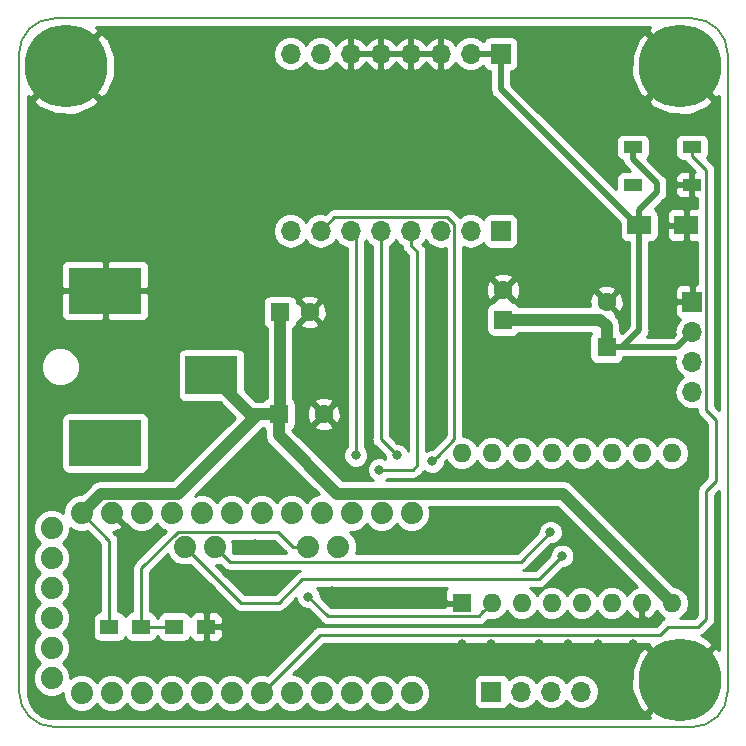
<source format=gbr>
%TF.GenerationSoftware,KiCad,Pcbnew,(5.0.1-3-g963ef8bb5)*%
%TF.CreationDate,2020-02-23T21:28:53+01:00*%
%TF.ProjectId,ethersweep,657468657273776565702E6B69636164,rev?*%
%TF.SameCoordinates,Original*%
%TF.FileFunction,Copper,L1,Top,Signal*%
%TF.FilePolarity,Positive*%
%FSLAX46Y46*%
G04 Gerber Fmt 4.6, Leading zero omitted, Abs format (unit mm)*
G04 Created by KiCad (PCBNEW (5.0.1-3-g963ef8bb5)) date 2020 February 23, Sunday 21:28:53*
%MOMM*%
%LPD*%
G01*
G04 APERTURE LIST*
%ADD10C,0.150000*%
%ADD11C,0.200000*%
%ADD12O,1.600000X1.600000*%
%ADD13R,1.600000X1.600000*%
%ADD14C,1.879600*%
%ADD15R,2.000000X1.600000*%
%ADD16C,1.600000*%
%ADD17R,1.600000X1.000000*%
%ADD18C,0.800000*%
%ADD19C,7.000000*%
%ADD20R,6.200000X3.900000*%
%ADD21R,4.400000X3.300000*%
%ADD22O,1.700000X1.700000*%
%ADD23R,1.700000X1.700000*%
%ADD24R,1.500000X1.300000*%
%ADD25C,0.500000*%
%ADD26C,1.000000*%
%ADD27C,0.250000*%
%ADD28C,0.254000*%
G04 APERTURE END LIST*
D10*
X84500000Y-72500000D02*
G75*
G02X87500000Y-69500000I3000000J0D01*
G01*
X87500000Y-129500000D02*
G75*
G02X84500000Y-126500000I0J3000000D01*
G01*
X144500000Y-126500000D02*
G75*
G02X141500000Y-129500000I-3000000J0D01*
G01*
X141500000Y-69500000D02*
G75*
G02X144500000Y-72500000I0J-3000000D01*
G01*
D11*
X84500000Y-126500000D02*
X84500000Y-72500000D01*
X141500000Y-129500000D02*
X87500000Y-129500000D01*
X144500000Y-72500000D02*
X144500000Y-126500000D01*
X87500000Y-69500000D02*
X141500000Y-69500000D01*
D12*
X122000000Y-106300000D03*
X139780000Y-119000000D03*
X124540000Y-106300000D03*
X137240000Y-119000000D03*
X127080000Y-106300000D03*
X134700000Y-119000000D03*
X129620000Y-106300000D03*
X132160000Y-119000000D03*
X132160000Y-106300000D03*
X129620000Y-119000000D03*
X134700000Y-106300000D03*
X127080000Y-119000000D03*
X137240000Y-106300000D03*
X124540000Y-119000000D03*
X139780000Y-106300000D03*
D13*
X122000000Y-119000000D03*
D14*
X89800000Y-126620000D03*
X92340000Y-126620000D03*
X94880000Y-126620000D03*
X97420000Y-126620000D03*
X99960000Y-126620000D03*
X102500000Y-126620000D03*
X105040000Y-126620000D03*
X107580000Y-126620000D03*
X110120000Y-126620000D03*
X112660000Y-126620000D03*
X115200000Y-126620000D03*
X117740000Y-126620000D03*
X117740000Y-111380000D03*
X115200000Y-111380000D03*
X112660000Y-111380000D03*
X110120000Y-111380000D03*
X107580000Y-111380000D03*
X105040000Y-111380000D03*
X102500000Y-111380000D03*
X99960000Y-111380000D03*
X97420000Y-111380000D03*
X94880000Y-111380000D03*
X92340000Y-111380000D03*
X89800000Y-111380000D03*
X111548750Y-114237500D03*
X109008750Y-114237500D03*
X98531250Y-114237500D03*
X101071250Y-114237500D03*
X87260000Y-125350000D03*
X87260000Y-122810000D03*
X87260000Y-120270000D03*
X87260000Y-117730000D03*
X87260000Y-115190000D03*
X87260000Y-112650000D03*
D15*
X141000000Y-87000000D03*
X137000000Y-87000000D03*
D16*
X134245001Y-93524999D03*
D13*
X134245001Y-97324999D03*
X106500000Y-103000000D03*
D16*
X110300000Y-103000000D03*
X125500000Y-92500000D03*
D13*
X125500000Y-95000000D03*
X106600001Y-94375001D03*
D16*
X109100001Y-94375001D03*
D17*
X136475001Y-80395001D03*
X136475001Y-83595001D03*
X141475001Y-80395001D03*
X141475001Y-83595001D03*
D18*
X142356155Y-71643845D03*
X140500000Y-70875000D03*
X138643845Y-71643845D03*
X137875000Y-73500000D03*
X138643845Y-75356155D03*
X140500000Y-76125000D03*
X142356155Y-75356155D03*
X143125000Y-73500000D03*
D19*
X140500000Y-73500000D03*
X140500000Y-125500000D03*
D18*
X143125000Y-125500000D03*
X142356155Y-127356155D03*
X140500000Y-128125000D03*
X138643845Y-127356155D03*
X137875000Y-125500000D03*
X138643845Y-123643845D03*
X140500000Y-122875000D03*
X142356155Y-123643845D03*
X90356155Y-71643845D03*
X88500000Y-70875000D03*
X86643845Y-71643845D03*
X85875000Y-73500000D03*
X86643845Y-75356155D03*
X88500000Y-76125000D03*
X90356155Y-75356155D03*
X91125000Y-73500000D03*
D19*
X88500000Y-73500000D03*
D20*
X91800000Y-105450000D03*
X91800000Y-92550000D03*
D21*
X100800000Y-99700000D03*
D22*
X107500000Y-72500000D03*
X110040000Y-72500000D03*
X112580000Y-72500000D03*
X115120000Y-72500000D03*
X117660000Y-72500000D03*
X120200000Y-72500000D03*
X122740000Y-72500000D03*
D23*
X125280000Y-72500000D03*
X125280000Y-87500000D03*
D22*
X122740000Y-87500000D03*
X120200000Y-87500000D03*
X117660000Y-87500000D03*
X115120000Y-87500000D03*
X112580000Y-87500000D03*
X110040000Y-87500000D03*
X107500000Y-87500000D03*
D23*
X141500000Y-93500000D03*
D22*
X141500000Y-96040000D03*
X141500000Y-98580000D03*
X141500000Y-101120000D03*
X132120000Y-126500000D03*
X129580000Y-126500000D03*
X127040000Y-126500000D03*
D23*
X124500000Y-126500000D03*
D24*
X97650000Y-121000000D03*
X100350000Y-121000000D03*
X94850000Y-121000000D03*
X92150000Y-121000000D03*
D18*
X109000000Y-109500000D03*
X104000000Y-106000000D03*
X113500000Y-123500000D03*
X139000000Y-113500000D03*
X139000000Y-113500000D03*
X139000000Y-113500000D03*
X129500000Y-111500000D03*
X133000000Y-116500000D03*
X135000000Y-109500000D03*
X127000000Y-114000000D03*
X128500000Y-115500000D03*
X124500000Y-122500000D03*
X128500000Y-122500000D03*
X131000000Y-122500000D03*
X133500000Y-122500000D03*
X136500000Y-122500000D03*
X136000000Y-128000000D03*
X121000000Y-128000000D03*
X121000000Y-128000000D03*
X121000000Y-128000000D03*
X121500000Y-125000000D03*
X122000000Y-122500000D03*
X140000000Y-116500000D03*
X140000000Y-116500000D03*
X140000000Y-116500000D03*
X141000000Y-110500000D03*
X98000000Y-118000000D03*
X98000000Y-118000000D03*
X98000000Y-118000000D03*
X90000000Y-116500000D03*
X94000000Y-114000000D03*
X90500000Y-123500000D03*
X98500000Y-124000000D03*
X107000000Y-120500000D03*
X115000000Y-114000000D03*
X104500000Y-114000000D03*
X87000000Y-105500000D03*
X87000000Y-109000000D03*
X95500000Y-101000000D03*
X100000000Y-92500000D03*
X86500000Y-92500000D03*
X96000000Y-92000000D03*
X90500000Y-82000000D03*
X99500000Y-75500000D03*
X101000000Y-86000000D03*
X108500000Y-83500000D03*
X122000000Y-84000000D03*
X111000000Y-75500000D03*
X111000000Y-75500000D03*
X111000000Y-75500000D03*
X115500000Y-75500000D03*
X121500000Y-75500000D03*
X125000000Y-77500000D03*
X132000000Y-73000000D03*
X136000000Y-77500000D03*
X104500000Y-92000000D03*
X100000000Y-104500000D03*
X116500000Y-99000000D03*
X119500000Y-99000000D03*
X120000000Y-92500000D03*
X116500000Y-92500000D03*
X105500000Y-117500000D03*
X119000000Y-119000000D03*
X115000000Y-119000000D03*
X111000000Y-118000000D03*
X127500000Y-99000000D03*
X127500000Y-99000000D03*
X127500000Y-99000000D03*
X129000000Y-90000000D03*
X133000000Y-90500000D03*
X133000000Y-99500000D03*
X137500000Y-104000000D03*
X140500000Y-104000000D03*
X141500000Y-108500000D03*
X135500000Y-117000000D03*
X136000000Y-120500000D03*
X137500000Y-120500000D03*
X130500000Y-115000000D03*
X129500000Y-113000000D03*
X109000000Y-118500000D03*
X119500000Y-107000000D03*
X116500000Y-106500000D03*
X115000000Y-107710923D03*
X113000000Y-106500000D03*
D25*
X112580000Y-72500000D02*
X115120000Y-72500000D01*
X115120000Y-72500000D02*
X117660000Y-72500000D01*
X117660000Y-72500000D02*
X120200000Y-72500000D01*
D26*
X134245001Y-95524999D02*
X134245001Y-97324999D01*
X133720002Y-95000000D02*
X134245001Y-95524999D01*
X125500000Y-95000000D02*
X133720002Y-95000000D01*
D25*
X140215001Y-97324999D02*
X141500000Y-96040000D01*
X134245001Y-97324999D02*
X140215001Y-97324999D01*
X135545001Y-97324999D02*
X134245001Y-97324999D01*
X137000000Y-95870000D02*
X135545001Y-97324999D01*
X137000000Y-87000000D02*
X137000000Y-95870000D01*
X136800000Y-87000000D02*
X137000000Y-87000000D01*
X125280000Y-75480000D02*
X136800000Y-87000000D01*
X125280000Y-72500000D02*
X125280000Y-75480000D01*
X137000000Y-85700000D02*
X137000000Y-87000000D01*
X138500000Y-84200000D02*
X137000000Y-85700000D01*
X138500000Y-83420000D02*
X138500000Y-84200000D01*
X136475001Y-81395001D02*
X138500000Y-83420000D01*
X136475001Y-80395001D02*
X136475001Y-81395001D01*
X122740000Y-72500000D02*
X125280000Y-72500000D01*
D27*
X130500000Y-115000000D02*
X130500000Y-115000000D01*
X101293750Y-117000000D02*
X98531250Y-114237500D01*
X103293750Y-119000000D02*
X101293750Y-117000000D01*
X108500000Y-117000000D02*
X106500000Y-119000000D01*
X128500000Y-117000000D02*
X108500000Y-117000000D01*
X106500000Y-119000000D02*
X103293750Y-119000000D01*
X130500000Y-115000000D02*
X128500000Y-117000000D01*
X102336051Y-115502301D02*
X126997699Y-115502301D01*
X101071250Y-114237500D02*
X102336051Y-115502301D01*
X126997699Y-115502301D02*
X129500000Y-113000000D01*
X129500000Y-113000000D02*
X129500000Y-113000000D01*
D26*
X106500000Y-104800000D02*
X106500000Y-103000000D01*
X111440199Y-109740199D02*
X106500000Y-104800000D01*
X130520199Y-109740199D02*
X111440199Y-109740199D01*
X139780000Y-119000000D02*
X130520199Y-109740199D01*
X104100000Y-103000000D02*
X100800000Y-99700000D01*
X106500000Y-103000000D02*
X104100000Y-103000000D01*
X106600001Y-102899999D02*
X106500000Y-103000000D01*
X106600001Y-94375001D02*
X106600001Y-102899999D01*
X90739799Y-110440201D02*
X89800000Y-111380000D01*
X91439801Y-109740199D02*
X90739799Y-110440201D01*
X97959801Y-109740199D02*
X91439801Y-109740199D01*
X104700000Y-103000000D02*
X97959801Y-109740199D01*
X106500000Y-103000000D02*
X104700000Y-103000000D01*
D27*
X92150000Y-113730000D02*
X89800000Y-111380000D01*
X92150000Y-121000000D02*
X92150000Y-113730000D01*
X123740001Y-119799999D02*
X124540000Y-119000000D01*
X123414999Y-120125001D02*
X123740001Y-119799999D01*
X110625001Y-120125001D02*
X123414999Y-120125001D01*
X109000000Y-118500000D02*
X110625001Y-120125001D01*
X141475001Y-81145001D02*
X141475001Y-80395001D01*
X143500000Y-103500000D02*
X142675001Y-102675001D01*
X142675001Y-120324999D02*
X142675001Y-109500000D01*
X142675001Y-82345001D02*
X141475001Y-81145001D01*
X142675001Y-102675001D02*
X142675001Y-82345001D01*
X143500000Y-108675001D02*
X143500000Y-103500000D01*
X142675001Y-109500000D02*
X143500000Y-108675001D01*
X109985001Y-121674999D02*
X138770003Y-121674999D01*
X142000000Y-121000000D02*
X142675001Y-120324999D01*
X139445002Y-121000000D02*
X142000000Y-121000000D01*
X138770003Y-121674999D02*
X139445002Y-121000000D01*
X105040000Y-126620000D02*
X109985001Y-121674999D01*
X121375001Y-105124999D02*
X119899999Y-106600001D01*
X121375001Y-86935999D02*
X121375001Y-105124999D01*
X119899999Y-106600001D02*
X119500000Y-107000000D01*
X120764001Y-86324999D02*
X121375001Y-86935999D01*
X111215001Y-86324999D02*
X120764001Y-86324999D01*
X110040000Y-87500000D02*
X111215001Y-86324999D01*
X115120000Y-105120000D02*
X116500000Y-106500000D01*
X115120000Y-87500000D02*
X115120000Y-105120000D01*
X117660000Y-88702081D02*
X117660000Y-87500000D01*
X118225001Y-89267082D02*
X117660000Y-88702081D01*
X118225001Y-107348001D02*
X118225001Y-89267082D01*
X117848001Y-107725001D02*
X118225001Y-107348001D01*
X116225001Y-107725001D02*
X117848001Y-107725001D01*
X116210923Y-107710923D02*
X115000000Y-107710923D01*
X116225001Y-107725001D02*
X116210923Y-107710923D01*
X113000000Y-87920000D02*
X112580000Y-87500000D01*
X113000000Y-106500000D02*
X113000000Y-87920000D01*
X94850000Y-120100000D02*
X94850000Y-121000000D01*
X94850000Y-116046844D02*
X94850000Y-120100000D01*
X97924145Y-112972699D02*
X94850000Y-116046844D01*
X106414872Y-112972699D02*
X97924145Y-112972699D01*
X107679673Y-114237500D02*
X106414872Y-112972699D01*
X109008750Y-114237500D02*
X107679673Y-114237500D01*
X94850000Y-121000000D02*
X97650000Y-121000000D01*
D28*
G36*
X137722293Y-70542688D02*
X140500000Y-73320395D01*
X140514143Y-73306253D01*
X140693748Y-73485858D01*
X140679605Y-73500000D01*
X143457312Y-76277707D01*
X143765000Y-76041969D01*
X143765001Y-102690199D01*
X143435001Y-102360200D01*
X143435001Y-82419847D01*
X143449889Y-82345000D01*
X143435001Y-82270153D01*
X143435001Y-82270149D01*
X143390905Y-82048464D01*
X143222930Y-81797072D01*
X143159474Y-81754672D01*
X142742744Y-81337943D01*
X142873158Y-81142766D01*
X142922441Y-80895001D01*
X142922441Y-79895001D01*
X142873158Y-79647236D01*
X142732810Y-79437192D01*
X142522766Y-79296844D01*
X142275001Y-79247561D01*
X140675001Y-79247561D01*
X140427236Y-79296844D01*
X140217192Y-79437192D01*
X140076844Y-79647236D01*
X140027561Y-79895001D01*
X140027561Y-80895001D01*
X140076844Y-81142766D01*
X140217192Y-81352810D01*
X140427236Y-81493158D01*
X140675001Y-81542441D01*
X140826519Y-81542441D01*
X140927072Y-81692930D01*
X140990531Y-81735332D01*
X141737975Y-82482777D01*
X141602001Y-82618751D01*
X141602001Y-83468001D01*
X141622001Y-83468001D01*
X141622001Y-83722001D01*
X141602001Y-83722001D01*
X141602001Y-84571251D01*
X141760751Y-84730001D01*
X141915002Y-84730001D01*
X141915002Y-85565000D01*
X141285750Y-85565000D01*
X141127000Y-85723750D01*
X141127000Y-86873000D01*
X141147000Y-86873000D01*
X141147000Y-87127000D01*
X141127000Y-87127000D01*
X141127000Y-88276250D01*
X141285750Y-88435000D01*
X141915002Y-88435000D01*
X141915002Y-92015000D01*
X141785750Y-92015000D01*
X141627000Y-92173750D01*
X141627000Y-93373000D01*
X141647000Y-93373000D01*
X141647000Y-93627000D01*
X141627000Y-93627000D01*
X141627000Y-93647000D01*
X141373000Y-93647000D01*
X141373000Y-93627000D01*
X140173750Y-93627000D01*
X140015000Y-93785750D01*
X140015000Y-94476310D01*
X140111673Y-94709699D01*
X140290302Y-94888327D01*
X140451033Y-94954904D01*
X140429375Y-94969375D01*
X140101161Y-95460582D01*
X139985908Y-96040000D01*
X140029462Y-96258960D01*
X139848423Y-96439999D01*
X137683519Y-96439999D01*
X137833652Y-96215310D01*
X137885000Y-95957165D01*
X137885000Y-95957161D01*
X137902337Y-95870001D01*
X137885000Y-95782841D01*
X137885000Y-92523690D01*
X140015000Y-92523690D01*
X140015000Y-93214250D01*
X140173750Y-93373000D01*
X141373000Y-93373000D01*
X141373000Y-92173750D01*
X141214250Y-92015000D01*
X140523691Y-92015000D01*
X140290302Y-92111673D01*
X140111673Y-92290301D01*
X140015000Y-92523690D01*
X137885000Y-92523690D01*
X137885000Y-88447440D01*
X138000000Y-88447440D01*
X138247765Y-88398157D01*
X138457809Y-88257809D01*
X138598157Y-88047765D01*
X138647440Y-87800000D01*
X138647440Y-87285750D01*
X139365000Y-87285750D01*
X139365000Y-87926310D01*
X139461673Y-88159699D01*
X139640302Y-88338327D01*
X139873691Y-88435000D01*
X140714250Y-88435000D01*
X140873000Y-88276250D01*
X140873000Y-87127000D01*
X139523750Y-87127000D01*
X139365000Y-87285750D01*
X138647440Y-87285750D01*
X138647440Y-86200000D01*
X138622316Y-86073690D01*
X139365000Y-86073690D01*
X139365000Y-86714250D01*
X139523750Y-86873000D01*
X140873000Y-86873000D01*
X140873000Y-85723750D01*
X140714250Y-85565000D01*
X139873691Y-85565000D01*
X139640302Y-85661673D01*
X139461673Y-85840301D01*
X139365000Y-86073690D01*
X138622316Y-86073690D01*
X138598157Y-85952235D01*
X138457809Y-85742191D01*
X138308892Y-85642687D01*
X139064156Y-84887423D01*
X139138049Y-84838049D01*
X139333652Y-84545310D01*
X139385000Y-84287165D01*
X139385000Y-84287161D01*
X139402337Y-84200001D01*
X139385000Y-84112841D01*
X139385000Y-83880751D01*
X140040001Y-83880751D01*
X140040001Y-84221311D01*
X140136674Y-84454700D01*
X140315303Y-84633328D01*
X140548692Y-84730001D01*
X141189251Y-84730001D01*
X141348001Y-84571251D01*
X141348001Y-83722001D01*
X140198751Y-83722001D01*
X140040001Y-83880751D01*
X139385000Y-83880751D01*
X139385000Y-83507159D01*
X139402337Y-83419999D01*
X139385000Y-83332840D01*
X139385000Y-83332835D01*
X139333652Y-83074690D01*
X139262826Y-82968691D01*
X140040001Y-82968691D01*
X140040001Y-83309251D01*
X140198751Y-83468001D01*
X141348001Y-83468001D01*
X141348001Y-82618751D01*
X141189251Y-82460001D01*
X140548692Y-82460001D01*
X140315303Y-82556674D01*
X140136674Y-82735302D01*
X140040001Y-82968691D01*
X139262826Y-82968691D01*
X139138049Y-82781951D01*
X139064156Y-82732577D01*
X137703783Y-81372205D01*
X137732810Y-81352810D01*
X137873158Y-81142766D01*
X137922441Y-80895001D01*
X137922441Y-79895001D01*
X137873158Y-79647236D01*
X137732810Y-79437192D01*
X137522766Y-79296844D01*
X137275001Y-79247561D01*
X135675001Y-79247561D01*
X135427236Y-79296844D01*
X135217192Y-79437192D01*
X135076844Y-79647236D01*
X135027561Y-79895001D01*
X135027561Y-80895001D01*
X135076844Y-81142766D01*
X135217192Y-81352810D01*
X135427236Y-81493158D01*
X135598983Y-81527320D01*
X135641349Y-81740310D01*
X135787577Y-81959155D01*
X135787579Y-81959157D01*
X135836953Y-82033050D01*
X135910846Y-82082424D01*
X136275983Y-82447561D01*
X135675001Y-82447561D01*
X135427236Y-82496844D01*
X135217192Y-82637192D01*
X135076844Y-82847236D01*
X135027561Y-83095001D01*
X135027561Y-83975982D01*
X127508891Y-76457312D01*
X137722293Y-76457312D01*
X138125762Y-76983924D01*
X139639730Y-77627307D01*
X141284666Y-77642346D01*
X142810145Y-77026750D01*
X142874238Y-76983924D01*
X143277707Y-76457312D01*
X140500000Y-73679605D01*
X137722293Y-76457312D01*
X127508891Y-76457312D01*
X126165000Y-75113422D01*
X126165000Y-74284666D01*
X136357654Y-74284666D01*
X136973250Y-75810145D01*
X137016076Y-75874238D01*
X137542688Y-76277707D01*
X140320395Y-73500000D01*
X137542688Y-70722293D01*
X137016076Y-71125762D01*
X136372693Y-72639730D01*
X136357654Y-74284666D01*
X126165000Y-74284666D01*
X126165000Y-73990478D01*
X126377765Y-73948157D01*
X126587809Y-73807809D01*
X126728157Y-73597765D01*
X126777440Y-73350000D01*
X126777440Y-71650000D01*
X126728157Y-71402235D01*
X126587809Y-71192191D01*
X126377765Y-71051843D01*
X126130000Y-71002560D01*
X124430000Y-71002560D01*
X124182235Y-71051843D01*
X123972191Y-71192191D01*
X123831843Y-71402235D01*
X123822816Y-71447619D01*
X123810625Y-71429375D01*
X123319418Y-71101161D01*
X122886256Y-71015000D01*
X122593744Y-71015000D01*
X122160582Y-71101161D01*
X121669375Y-71429375D01*
X121456157Y-71748478D01*
X121395183Y-71618642D01*
X120966924Y-71228355D01*
X120556890Y-71058524D01*
X120327000Y-71179845D01*
X120327000Y-72373000D01*
X120347000Y-72373000D01*
X120347000Y-72627000D01*
X120327000Y-72627000D01*
X120327000Y-73820155D01*
X120556890Y-73941476D01*
X120966924Y-73771645D01*
X121395183Y-73381358D01*
X121456157Y-73251522D01*
X121669375Y-73570625D01*
X122160582Y-73898839D01*
X122593744Y-73985000D01*
X122886256Y-73985000D01*
X123319418Y-73898839D01*
X123810625Y-73570625D01*
X123822816Y-73552381D01*
X123831843Y-73597765D01*
X123972191Y-73807809D01*
X124182235Y-73948157D01*
X124395001Y-73990478D01*
X124395001Y-75392835D01*
X124377663Y-75480000D01*
X124446348Y-75825309D01*
X124592576Y-76044154D01*
X124592578Y-76044156D01*
X124641952Y-76118049D01*
X124715845Y-76167423D01*
X135352560Y-86804139D01*
X135352560Y-87800000D01*
X135401843Y-88047765D01*
X135542191Y-88257809D01*
X135752235Y-88398157D01*
X136000000Y-88447440D01*
X136115000Y-88447440D01*
X136115001Y-95503420D01*
X135522205Y-96096217D01*
X135502810Y-96067190D01*
X135380001Y-95985131D01*
X135380001Y-95636782D01*
X135402236Y-95524999D01*
X135314147Y-95082144D01*
X135284869Y-95038327D01*
X135063290Y-94706710D01*
X135027868Y-94683042D01*
X135073140Y-94532744D01*
X134245001Y-93704604D01*
X134230859Y-93718747D01*
X134051254Y-93539142D01*
X134065396Y-93524999D01*
X134424606Y-93524999D01*
X135252746Y-94353138D01*
X135498865Y-94279004D01*
X135691966Y-93741776D01*
X135664779Y-93171545D01*
X135498865Y-92770994D01*
X135252746Y-92696860D01*
X134424606Y-93524999D01*
X134065396Y-93524999D01*
X133237256Y-92696860D01*
X132991137Y-92770994D01*
X132798036Y-93308222D01*
X132824582Y-93865000D01*
X126839868Y-93865000D01*
X126757809Y-93742191D01*
X126547765Y-93601843D01*
X126313813Y-93555307D01*
X126328139Y-93507745D01*
X125500000Y-92679605D01*
X124671861Y-93507745D01*
X124686187Y-93555307D01*
X124452235Y-93601843D01*
X124242191Y-93742191D01*
X124101843Y-93952235D01*
X124052560Y-94200000D01*
X124052560Y-95800000D01*
X124101843Y-96047765D01*
X124242191Y-96257809D01*
X124452235Y-96398157D01*
X124700000Y-96447440D01*
X126300000Y-96447440D01*
X126547765Y-96398157D01*
X126757809Y-96257809D01*
X126839868Y-96135000D01*
X132941882Y-96135000D01*
X132846844Y-96277234D01*
X132797561Y-96524999D01*
X132797561Y-98124999D01*
X132846844Y-98372764D01*
X132987192Y-98582808D01*
X133197236Y-98723156D01*
X133445001Y-98772439D01*
X135045001Y-98772439D01*
X135292766Y-98723156D01*
X135502810Y-98582808D01*
X135643158Y-98372764D01*
X135675534Y-98209999D01*
X140059506Y-98209999D01*
X139985908Y-98580000D01*
X140101161Y-99159418D01*
X140429375Y-99650625D01*
X140727761Y-99850000D01*
X140429375Y-100049375D01*
X140101161Y-100540582D01*
X139985908Y-101120000D01*
X140101161Y-101699418D01*
X140429375Y-102190625D01*
X140920582Y-102518839D01*
X141353744Y-102605000D01*
X141646256Y-102605000D01*
X141915001Y-102551543D01*
X141915001Y-102600154D01*
X141900113Y-102675001D01*
X141915001Y-102749848D01*
X141915001Y-102749852D01*
X141959097Y-102971537D01*
X142127072Y-103222930D01*
X142190531Y-103265332D01*
X142740001Y-103814803D01*
X142740000Y-108360199D01*
X142190529Y-108909671D01*
X142127073Y-108952071D01*
X142084673Y-109015527D01*
X142084672Y-109015528D01*
X141959098Y-109203463D01*
X141900113Y-109500000D01*
X141915002Y-109574852D01*
X141915001Y-120010197D01*
X141685199Y-120240000D01*
X140507140Y-120240000D01*
X140814577Y-120034577D01*
X141131740Y-119559909D01*
X141243113Y-119000000D01*
X141131740Y-118440091D01*
X140814577Y-117965423D01*
X140339909Y-117648260D01*
X139957283Y-117572151D01*
X131401812Y-109016681D01*
X131338488Y-108921910D01*
X130963054Y-108671053D01*
X130631982Y-108605199D01*
X130520199Y-108582964D01*
X130408416Y-108605199D01*
X115545612Y-108605199D01*
X115586280Y-108588354D01*
X115703711Y-108470923D01*
X116079374Y-108470923D01*
X116150149Y-108485001D01*
X116150153Y-108485001D01*
X116225000Y-108499889D01*
X116299847Y-108485001D01*
X117773154Y-108485001D01*
X117848001Y-108499889D01*
X117922848Y-108485001D01*
X117922853Y-108485001D01*
X118144538Y-108440905D01*
X118395930Y-108272930D01*
X118438332Y-108209471D01*
X118709471Y-107938332D01*
X118772930Y-107895930D01*
X118836732Y-107800443D01*
X118913720Y-107877431D01*
X119294126Y-108035000D01*
X119705874Y-108035000D01*
X120086280Y-107877431D01*
X120377431Y-107586280D01*
X120535000Y-107205874D01*
X120535000Y-107039801D01*
X120674949Y-106899852D01*
X120965423Y-107334577D01*
X121440091Y-107651740D01*
X121858667Y-107735000D01*
X122141333Y-107735000D01*
X122559909Y-107651740D01*
X123034577Y-107334577D01*
X123270000Y-106982242D01*
X123505423Y-107334577D01*
X123980091Y-107651740D01*
X124398667Y-107735000D01*
X124681333Y-107735000D01*
X125099909Y-107651740D01*
X125574577Y-107334577D01*
X125810000Y-106982242D01*
X126045423Y-107334577D01*
X126520091Y-107651740D01*
X126938667Y-107735000D01*
X127221333Y-107735000D01*
X127639909Y-107651740D01*
X128114577Y-107334577D01*
X128350000Y-106982242D01*
X128585423Y-107334577D01*
X129060091Y-107651740D01*
X129478667Y-107735000D01*
X129761333Y-107735000D01*
X130179909Y-107651740D01*
X130654577Y-107334577D01*
X130890000Y-106982242D01*
X131125423Y-107334577D01*
X131600091Y-107651740D01*
X132018667Y-107735000D01*
X132301333Y-107735000D01*
X132719909Y-107651740D01*
X133194577Y-107334577D01*
X133430000Y-106982242D01*
X133665423Y-107334577D01*
X134140091Y-107651740D01*
X134558667Y-107735000D01*
X134841333Y-107735000D01*
X135259909Y-107651740D01*
X135734577Y-107334577D01*
X135970000Y-106982242D01*
X136205423Y-107334577D01*
X136680091Y-107651740D01*
X137098667Y-107735000D01*
X137381333Y-107735000D01*
X137799909Y-107651740D01*
X138274577Y-107334577D01*
X138510000Y-106982242D01*
X138745423Y-107334577D01*
X139220091Y-107651740D01*
X139638667Y-107735000D01*
X139921333Y-107735000D01*
X140339909Y-107651740D01*
X140814577Y-107334577D01*
X141131740Y-106859909D01*
X141243113Y-106300000D01*
X141131740Y-105740091D01*
X140814577Y-105265423D01*
X140339909Y-104948260D01*
X139921333Y-104865000D01*
X139638667Y-104865000D01*
X139220091Y-104948260D01*
X138745423Y-105265423D01*
X138510000Y-105617758D01*
X138274577Y-105265423D01*
X137799909Y-104948260D01*
X137381333Y-104865000D01*
X137098667Y-104865000D01*
X136680091Y-104948260D01*
X136205423Y-105265423D01*
X135970000Y-105617758D01*
X135734577Y-105265423D01*
X135259909Y-104948260D01*
X134841333Y-104865000D01*
X134558667Y-104865000D01*
X134140091Y-104948260D01*
X133665423Y-105265423D01*
X133430000Y-105617758D01*
X133194577Y-105265423D01*
X132719909Y-104948260D01*
X132301333Y-104865000D01*
X132018667Y-104865000D01*
X131600091Y-104948260D01*
X131125423Y-105265423D01*
X130890000Y-105617758D01*
X130654577Y-105265423D01*
X130179909Y-104948260D01*
X129761333Y-104865000D01*
X129478667Y-104865000D01*
X129060091Y-104948260D01*
X128585423Y-105265423D01*
X128350000Y-105617758D01*
X128114577Y-105265423D01*
X127639909Y-104948260D01*
X127221333Y-104865000D01*
X126938667Y-104865000D01*
X126520091Y-104948260D01*
X126045423Y-105265423D01*
X125810000Y-105617758D01*
X125574577Y-105265423D01*
X125099909Y-104948260D01*
X124681333Y-104865000D01*
X124398667Y-104865000D01*
X123980091Y-104948260D01*
X123505423Y-105265423D01*
X123270000Y-105617758D01*
X123034577Y-105265423D01*
X122559909Y-104948260D01*
X122141333Y-104865000D01*
X122135001Y-104865000D01*
X122135001Y-92283223D01*
X124053035Y-92283223D01*
X124080222Y-92853454D01*
X124246136Y-93254005D01*
X124492255Y-93328139D01*
X125320395Y-92500000D01*
X125679605Y-92500000D01*
X126507745Y-93328139D01*
X126753864Y-93254005D01*
X126946965Y-92716777D01*
X126937453Y-92517254D01*
X133416862Y-92517254D01*
X134245001Y-93345394D01*
X135073140Y-92517254D01*
X134999006Y-92271135D01*
X134461778Y-92078034D01*
X133891547Y-92105221D01*
X133490996Y-92271135D01*
X133416862Y-92517254D01*
X126937453Y-92517254D01*
X126919778Y-92146546D01*
X126753864Y-91745995D01*
X126507745Y-91671861D01*
X125679605Y-92500000D01*
X125320395Y-92500000D01*
X124492255Y-91671861D01*
X124246136Y-91745995D01*
X124053035Y-92283223D01*
X122135001Y-92283223D01*
X122135001Y-91492255D01*
X124671861Y-91492255D01*
X125500000Y-92320395D01*
X126328139Y-91492255D01*
X126254005Y-91246136D01*
X125716777Y-91053035D01*
X125146546Y-91080222D01*
X124745995Y-91246136D01*
X124671861Y-91492255D01*
X122135001Y-91492255D01*
X122135001Y-88881746D01*
X122160582Y-88898839D01*
X122593744Y-88985000D01*
X122886256Y-88985000D01*
X123319418Y-88898839D01*
X123810625Y-88570625D01*
X123822816Y-88552381D01*
X123831843Y-88597765D01*
X123972191Y-88807809D01*
X124182235Y-88948157D01*
X124430000Y-88997440D01*
X126130000Y-88997440D01*
X126377765Y-88948157D01*
X126587809Y-88807809D01*
X126728157Y-88597765D01*
X126777440Y-88350000D01*
X126777440Y-86650000D01*
X126728157Y-86402235D01*
X126587809Y-86192191D01*
X126377765Y-86051843D01*
X126130000Y-86002560D01*
X124430000Y-86002560D01*
X124182235Y-86051843D01*
X123972191Y-86192191D01*
X123831843Y-86402235D01*
X123822816Y-86447619D01*
X123810625Y-86429375D01*
X123319418Y-86101161D01*
X122886256Y-86015000D01*
X122593744Y-86015000D01*
X122160582Y-86101161D01*
X121833509Y-86319704D01*
X121354331Y-85840528D01*
X121311930Y-85777070D01*
X121060538Y-85609095D01*
X120838853Y-85564999D01*
X120838848Y-85564999D01*
X120764001Y-85550111D01*
X120689154Y-85564999D01*
X111289847Y-85564999D01*
X111215000Y-85550111D01*
X111140153Y-85564999D01*
X111140149Y-85564999D01*
X110918464Y-85609095D01*
X110855903Y-85650897D01*
X110730527Y-85734670D01*
X110730525Y-85734672D01*
X110667072Y-85777070D01*
X110624674Y-85840523D01*
X110406407Y-86058791D01*
X110186256Y-86015000D01*
X109893744Y-86015000D01*
X109460582Y-86101161D01*
X108969375Y-86429375D01*
X108770000Y-86727761D01*
X108570625Y-86429375D01*
X108079418Y-86101161D01*
X107646256Y-86015000D01*
X107353744Y-86015000D01*
X106920582Y-86101161D01*
X106429375Y-86429375D01*
X106101161Y-86920582D01*
X105985908Y-87500000D01*
X106101161Y-88079418D01*
X106429375Y-88570625D01*
X106920582Y-88898839D01*
X107353744Y-88985000D01*
X107646256Y-88985000D01*
X108079418Y-88898839D01*
X108570625Y-88570625D01*
X108770000Y-88272239D01*
X108969375Y-88570625D01*
X109460582Y-88898839D01*
X109893744Y-88985000D01*
X110186256Y-88985000D01*
X110619418Y-88898839D01*
X111110625Y-88570625D01*
X111310000Y-88272239D01*
X111509375Y-88570625D01*
X112000582Y-88898839D01*
X112240001Y-88946462D01*
X112240000Y-105796289D01*
X112122569Y-105913720D01*
X111965000Y-106294126D01*
X111965000Y-106705874D01*
X112122569Y-107086280D01*
X112413720Y-107377431D01*
X112794126Y-107535000D01*
X113205874Y-107535000D01*
X113586280Y-107377431D01*
X113877431Y-107086280D01*
X114035000Y-106705874D01*
X114035000Y-106294126D01*
X113877431Y-105913720D01*
X113760000Y-105796289D01*
X113760000Y-88406934D01*
X113850000Y-88272239D01*
X114049375Y-88570625D01*
X114360000Y-88778178D01*
X114360001Y-105045148D01*
X114345112Y-105120000D01*
X114360001Y-105194852D01*
X114404097Y-105416537D01*
X114572072Y-105667929D01*
X114635528Y-105710329D01*
X115465000Y-106539802D01*
X115465000Y-106705874D01*
X115503691Y-106799283D01*
X115205874Y-106675923D01*
X114794126Y-106675923D01*
X114413720Y-106833492D01*
X114122569Y-107124643D01*
X113965000Y-107505049D01*
X113965000Y-107916797D01*
X114122569Y-108297203D01*
X114413720Y-108588354D01*
X114454388Y-108605199D01*
X111910331Y-108605199D01*
X107640994Y-104335863D01*
X107757809Y-104257809D01*
X107898157Y-104047765D01*
X107906117Y-104007745D01*
X109471861Y-104007745D01*
X109545995Y-104253864D01*
X110083223Y-104446965D01*
X110653454Y-104419778D01*
X111054005Y-104253864D01*
X111128139Y-104007745D01*
X110300000Y-103179605D01*
X109471861Y-104007745D01*
X107906117Y-104007745D01*
X107947440Y-103800000D01*
X107947440Y-102783223D01*
X108853035Y-102783223D01*
X108880222Y-103353454D01*
X109046136Y-103754005D01*
X109292255Y-103828139D01*
X110120395Y-103000000D01*
X110479605Y-103000000D01*
X111307745Y-103828139D01*
X111553864Y-103754005D01*
X111746965Y-103216777D01*
X111719778Y-102646546D01*
X111553864Y-102245995D01*
X111307745Y-102171861D01*
X110479605Y-103000000D01*
X110120395Y-103000000D01*
X109292255Y-102171861D01*
X109046136Y-102245995D01*
X108853035Y-102783223D01*
X107947440Y-102783223D01*
X107947440Y-102200000D01*
X107906118Y-101992255D01*
X109471861Y-101992255D01*
X110300000Y-102820395D01*
X111128139Y-101992255D01*
X111054005Y-101746136D01*
X110516777Y-101553035D01*
X109946546Y-101580222D01*
X109545995Y-101746136D01*
X109471861Y-101992255D01*
X107906118Y-101992255D01*
X107898157Y-101952235D01*
X107757809Y-101742191D01*
X107735001Y-101726951D01*
X107735001Y-95714869D01*
X107857810Y-95632810D01*
X107998158Y-95422766D01*
X108006118Y-95382746D01*
X108271862Y-95382746D01*
X108345996Y-95628865D01*
X108883224Y-95821966D01*
X109453455Y-95794779D01*
X109854006Y-95628865D01*
X109928140Y-95382746D01*
X109100001Y-94554606D01*
X108271862Y-95382746D01*
X108006118Y-95382746D01*
X108044694Y-95188814D01*
X108092256Y-95203140D01*
X108920396Y-94375001D01*
X109279606Y-94375001D01*
X110107746Y-95203140D01*
X110353865Y-95129006D01*
X110546966Y-94591778D01*
X110519779Y-94021547D01*
X110353865Y-93620996D01*
X110107746Y-93546862D01*
X109279606Y-94375001D01*
X108920396Y-94375001D01*
X108092256Y-93546862D01*
X108044694Y-93561188D01*
X108006119Y-93367256D01*
X108271862Y-93367256D01*
X109100001Y-94195396D01*
X109928140Y-93367256D01*
X109854006Y-93121137D01*
X109316778Y-92928036D01*
X108746547Y-92955223D01*
X108345996Y-93121137D01*
X108271862Y-93367256D01*
X108006119Y-93367256D01*
X107998158Y-93327236D01*
X107857810Y-93117192D01*
X107647766Y-92976844D01*
X107400001Y-92927561D01*
X105800001Y-92927561D01*
X105552236Y-92976844D01*
X105342192Y-93117192D01*
X105201844Y-93327236D01*
X105152561Y-93575001D01*
X105152561Y-95175001D01*
X105201844Y-95422766D01*
X105342192Y-95632810D01*
X105465001Y-95714869D01*
X105465002Y-101599304D01*
X105452235Y-101601843D01*
X105242191Y-101742191D01*
X105160132Y-101865000D01*
X104811783Y-101865000D01*
X104700000Y-101842765D01*
X104588217Y-101865000D01*
X104570132Y-101865000D01*
X103647440Y-100942308D01*
X103647440Y-98050000D01*
X103598157Y-97802235D01*
X103457809Y-97592191D01*
X103247765Y-97451843D01*
X103000000Y-97402560D01*
X98600000Y-97402560D01*
X98352235Y-97451843D01*
X98142191Y-97592191D01*
X98001843Y-97802235D01*
X97952560Y-98050000D01*
X97952560Y-101350000D01*
X98001843Y-101597765D01*
X98142191Y-101807809D01*
X98352235Y-101948157D01*
X98600000Y-101997440D01*
X101492309Y-101997440D01*
X102794868Y-103300000D01*
X97489670Y-108605199D01*
X91551582Y-108605199D01*
X91439800Y-108582964D01*
X91328018Y-108605199D01*
X90996946Y-108671053D01*
X90621512Y-108921910D01*
X90558188Y-109016681D01*
X90016280Y-109558589D01*
X90016274Y-109558593D01*
X89769667Y-109805200D01*
X89486753Y-109805200D01*
X88907948Y-110044949D01*
X88464949Y-110487948D01*
X88225200Y-111066753D01*
X88225200Y-111388097D01*
X88152052Y-111314949D01*
X87573247Y-111075200D01*
X86946753Y-111075200D01*
X86367948Y-111314949D01*
X85924949Y-111757948D01*
X85685200Y-112336753D01*
X85685200Y-112963247D01*
X85924949Y-113542052D01*
X86302897Y-113920000D01*
X85924949Y-114297948D01*
X85685200Y-114876753D01*
X85685200Y-115503247D01*
X85924949Y-116082052D01*
X86302897Y-116460000D01*
X85924949Y-116837948D01*
X85685200Y-117416753D01*
X85685200Y-118043247D01*
X85924949Y-118622052D01*
X86302897Y-119000000D01*
X85924949Y-119377948D01*
X85685200Y-119956753D01*
X85685200Y-120583247D01*
X85924949Y-121162052D01*
X86302897Y-121540000D01*
X85924949Y-121917948D01*
X85685200Y-122496753D01*
X85685200Y-123123247D01*
X85924949Y-123702052D01*
X86302897Y-124080000D01*
X85924949Y-124457948D01*
X85685200Y-125036753D01*
X85685200Y-125663247D01*
X85924949Y-126242052D01*
X86367948Y-126685051D01*
X86946753Y-126924800D01*
X87573247Y-126924800D01*
X88152052Y-126685051D01*
X88225200Y-126611903D01*
X88225200Y-126933247D01*
X88464949Y-127512052D01*
X88907948Y-127955051D01*
X89486753Y-128194800D01*
X90113247Y-128194800D01*
X90692052Y-127955051D01*
X91070000Y-127577103D01*
X91447948Y-127955051D01*
X92026753Y-128194800D01*
X92653247Y-128194800D01*
X93232052Y-127955051D01*
X93610000Y-127577103D01*
X93987948Y-127955051D01*
X94566753Y-128194800D01*
X95193247Y-128194800D01*
X95772052Y-127955051D01*
X96150000Y-127577103D01*
X96527948Y-127955051D01*
X97106753Y-128194800D01*
X97733247Y-128194800D01*
X98312052Y-127955051D01*
X98690000Y-127577103D01*
X99067948Y-127955051D01*
X99646753Y-128194800D01*
X100273247Y-128194800D01*
X100852052Y-127955051D01*
X101230000Y-127577103D01*
X101607948Y-127955051D01*
X102186753Y-128194800D01*
X102813247Y-128194800D01*
X103392052Y-127955051D01*
X103770000Y-127577103D01*
X104147948Y-127955051D01*
X104726753Y-128194800D01*
X105353247Y-128194800D01*
X105932052Y-127955051D01*
X106310000Y-127577103D01*
X106687948Y-127955051D01*
X107266753Y-128194800D01*
X107893247Y-128194800D01*
X108472052Y-127955051D01*
X108850000Y-127577103D01*
X109227948Y-127955051D01*
X109806753Y-128194800D01*
X110433247Y-128194800D01*
X111012052Y-127955051D01*
X111390000Y-127577103D01*
X111767948Y-127955051D01*
X112346753Y-128194800D01*
X112973247Y-128194800D01*
X113552052Y-127955051D01*
X113930000Y-127577103D01*
X114307948Y-127955051D01*
X114886753Y-128194800D01*
X115513247Y-128194800D01*
X116092052Y-127955051D01*
X116470000Y-127577103D01*
X116847948Y-127955051D01*
X117426753Y-128194800D01*
X118053247Y-128194800D01*
X118632052Y-127955051D01*
X119075051Y-127512052D01*
X119314800Y-126933247D01*
X119314800Y-126306753D01*
X119075051Y-125727948D01*
X118997103Y-125650000D01*
X123002560Y-125650000D01*
X123002560Y-127350000D01*
X123051843Y-127597765D01*
X123192191Y-127807809D01*
X123402235Y-127948157D01*
X123650000Y-127997440D01*
X125350000Y-127997440D01*
X125597765Y-127948157D01*
X125807809Y-127807809D01*
X125948157Y-127597765D01*
X125957184Y-127552381D01*
X125969375Y-127570625D01*
X126460582Y-127898839D01*
X126893744Y-127985000D01*
X127186256Y-127985000D01*
X127619418Y-127898839D01*
X128110625Y-127570625D01*
X128310000Y-127272239D01*
X128509375Y-127570625D01*
X129000582Y-127898839D01*
X129433744Y-127985000D01*
X129726256Y-127985000D01*
X130159418Y-127898839D01*
X130650625Y-127570625D01*
X130850000Y-127272239D01*
X131049375Y-127570625D01*
X131540582Y-127898839D01*
X131973744Y-127985000D01*
X132266256Y-127985000D01*
X132699418Y-127898839D01*
X133190625Y-127570625D01*
X133518839Y-127079418D01*
X133634092Y-126500000D01*
X133591260Y-126284666D01*
X136357654Y-126284666D01*
X136973250Y-127810145D01*
X137016076Y-127874238D01*
X137542688Y-128277707D01*
X140320395Y-125500000D01*
X137542688Y-122722293D01*
X137016076Y-123125762D01*
X136372693Y-124639730D01*
X136357654Y-126284666D01*
X133591260Y-126284666D01*
X133518839Y-125920582D01*
X133190625Y-125429375D01*
X132699418Y-125101161D01*
X132266256Y-125015000D01*
X131973744Y-125015000D01*
X131540582Y-125101161D01*
X131049375Y-125429375D01*
X130850000Y-125727761D01*
X130650625Y-125429375D01*
X130159418Y-125101161D01*
X129726256Y-125015000D01*
X129433744Y-125015000D01*
X129000582Y-125101161D01*
X128509375Y-125429375D01*
X128310000Y-125727761D01*
X128110625Y-125429375D01*
X127619418Y-125101161D01*
X127186256Y-125015000D01*
X126893744Y-125015000D01*
X126460582Y-125101161D01*
X125969375Y-125429375D01*
X125957184Y-125447619D01*
X125948157Y-125402235D01*
X125807809Y-125192191D01*
X125597765Y-125051843D01*
X125350000Y-125002560D01*
X123650000Y-125002560D01*
X123402235Y-125051843D01*
X123192191Y-125192191D01*
X123051843Y-125402235D01*
X123002560Y-125650000D01*
X118997103Y-125650000D01*
X118632052Y-125284949D01*
X118053247Y-125045200D01*
X117426753Y-125045200D01*
X116847948Y-125284949D01*
X116470000Y-125662897D01*
X116092052Y-125284949D01*
X115513247Y-125045200D01*
X114886753Y-125045200D01*
X114307948Y-125284949D01*
X113930000Y-125662897D01*
X113552052Y-125284949D01*
X112973247Y-125045200D01*
X112346753Y-125045200D01*
X111767948Y-125284949D01*
X111390000Y-125662897D01*
X111012052Y-125284949D01*
X110433247Y-125045200D01*
X109806753Y-125045200D01*
X109227948Y-125284949D01*
X108850000Y-125662897D01*
X108472052Y-125284949D01*
X107893247Y-125045200D01*
X107689602Y-125045200D01*
X110299804Y-122434999D01*
X137804800Y-122434999D01*
X137722293Y-122542688D01*
X140500000Y-125320395D01*
X143277707Y-122542688D01*
X142874238Y-122016076D01*
X142208909Y-121733334D01*
X142296537Y-121715904D01*
X142547929Y-121547929D01*
X142590331Y-121484470D01*
X143159474Y-120915328D01*
X143222930Y-120872928D01*
X143390905Y-120621536D01*
X143435001Y-120399851D01*
X143435001Y-120399847D01*
X143449889Y-120324999D01*
X143435001Y-120250151D01*
X143435001Y-109814801D01*
X143765001Y-109484802D01*
X143765001Y-122958032D01*
X143457312Y-122722293D01*
X140679605Y-125500000D01*
X140693748Y-125514143D01*
X140514143Y-125693748D01*
X140500000Y-125679605D01*
X137722293Y-128457312D01*
X137958031Y-128765000D01*
X87427612Y-128765000D01*
X87390365Y-128772409D01*
X86974292Y-128723900D01*
X86476788Y-128543315D01*
X86034166Y-128253118D01*
X85670177Y-127868884D01*
X85404342Y-127411216D01*
X85248108Y-126895371D01*
X85224150Y-126626933D01*
X85235000Y-126572388D01*
X85235000Y-103500000D01*
X88052560Y-103500000D01*
X88052560Y-107400000D01*
X88101843Y-107647765D01*
X88242191Y-107857809D01*
X88452235Y-107998157D01*
X88700000Y-108047440D01*
X94900000Y-108047440D01*
X95147765Y-107998157D01*
X95357809Y-107857809D01*
X95498157Y-107647765D01*
X95547440Y-107400000D01*
X95547440Y-103500000D01*
X95498157Y-103252235D01*
X95357809Y-103042191D01*
X95147765Y-102901843D01*
X94900000Y-102852560D01*
X88700000Y-102852560D01*
X88452235Y-102901843D01*
X88242191Y-103042191D01*
X88101843Y-103252235D01*
X88052560Y-103500000D01*
X85235000Y-103500000D01*
X85235000Y-98674778D01*
X86365000Y-98674778D01*
X86365000Y-99325222D01*
X86613914Y-99926153D01*
X87073847Y-100386086D01*
X87674778Y-100635000D01*
X88325222Y-100635000D01*
X88926153Y-100386086D01*
X89386086Y-99926153D01*
X89635000Y-99325222D01*
X89635000Y-98674778D01*
X89386086Y-98073847D01*
X88926153Y-97613914D01*
X88325222Y-97365000D01*
X87674778Y-97365000D01*
X87073847Y-97613914D01*
X86613914Y-98073847D01*
X86365000Y-98674778D01*
X85235000Y-98674778D01*
X85235000Y-92835750D01*
X88065000Y-92835750D01*
X88065000Y-94626309D01*
X88161673Y-94859698D01*
X88340301Y-95038327D01*
X88573690Y-95135000D01*
X91514250Y-95135000D01*
X91673000Y-94976250D01*
X91673000Y-92677000D01*
X91927000Y-92677000D01*
X91927000Y-94976250D01*
X92085750Y-95135000D01*
X95026310Y-95135000D01*
X95259699Y-95038327D01*
X95438327Y-94859698D01*
X95535000Y-94626309D01*
X95535000Y-92835750D01*
X95376250Y-92677000D01*
X91927000Y-92677000D01*
X91673000Y-92677000D01*
X88223750Y-92677000D01*
X88065000Y-92835750D01*
X85235000Y-92835750D01*
X85235000Y-90473691D01*
X88065000Y-90473691D01*
X88065000Y-92264250D01*
X88223750Y-92423000D01*
X91673000Y-92423000D01*
X91673000Y-90123750D01*
X91927000Y-90123750D01*
X91927000Y-92423000D01*
X95376250Y-92423000D01*
X95535000Y-92264250D01*
X95535000Y-90473691D01*
X95438327Y-90240302D01*
X95259699Y-90061673D01*
X95026310Y-89965000D01*
X92085750Y-89965000D01*
X91927000Y-90123750D01*
X91673000Y-90123750D01*
X91514250Y-89965000D01*
X88573690Y-89965000D01*
X88340301Y-90061673D01*
X88161673Y-90240302D01*
X88065000Y-90473691D01*
X85235000Y-90473691D01*
X85235000Y-76457312D01*
X85722293Y-76457312D01*
X86125762Y-76983924D01*
X87639730Y-77627307D01*
X89284666Y-77642346D01*
X90810145Y-77026750D01*
X90874238Y-76983924D01*
X91277707Y-76457312D01*
X88500000Y-73679605D01*
X85722293Y-76457312D01*
X85235000Y-76457312D01*
X85235000Y-76041969D01*
X85542688Y-76277707D01*
X88320395Y-73500000D01*
X88679605Y-73500000D01*
X91457312Y-76277707D01*
X91983924Y-75874238D01*
X92627307Y-74360270D01*
X92642346Y-72715334D01*
X92555450Y-72500000D01*
X105985908Y-72500000D01*
X106101161Y-73079418D01*
X106429375Y-73570625D01*
X106920582Y-73898839D01*
X107353744Y-73985000D01*
X107646256Y-73985000D01*
X108079418Y-73898839D01*
X108570625Y-73570625D01*
X108770000Y-73272239D01*
X108969375Y-73570625D01*
X109460582Y-73898839D01*
X109893744Y-73985000D01*
X110186256Y-73985000D01*
X110619418Y-73898839D01*
X111110625Y-73570625D01*
X111323843Y-73251522D01*
X111384817Y-73381358D01*
X111813076Y-73771645D01*
X112223110Y-73941476D01*
X112453000Y-73820155D01*
X112453000Y-72627000D01*
X112707000Y-72627000D01*
X112707000Y-73820155D01*
X112936890Y-73941476D01*
X113346924Y-73771645D01*
X113775183Y-73381358D01*
X113850000Y-73222046D01*
X113924817Y-73381358D01*
X114353076Y-73771645D01*
X114763110Y-73941476D01*
X114993000Y-73820155D01*
X114993000Y-72627000D01*
X115247000Y-72627000D01*
X115247000Y-73820155D01*
X115476890Y-73941476D01*
X115886924Y-73771645D01*
X116315183Y-73381358D01*
X116390000Y-73222046D01*
X116464817Y-73381358D01*
X116893076Y-73771645D01*
X117303110Y-73941476D01*
X117533000Y-73820155D01*
X117533000Y-72627000D01*
X117787000Y-72627000D01*
X117787000Y-73820155D01*
X118016890Y-73941476D01*
X118426924Y-73771645D01*
X118855183Y-73381358D01*
X118930000Y-73222046D01*
X119004817Y-73381358D01*
X119433076Y-73771645D01*
X119843110Y-73941476D01*
X120073000Y-73820155D01*
X120073000Y-72627000D01*
X117787000Y-72627000D01*
X117533000Y-72627000D01*
X115247000Y-72627000D01*
X114993000Y-72627000D01*
X112707000Y-72627000D01*
X112453000Y-72627000D01*
X112433000Y-72627000D01*
X112433000Y-72373000D01*
X112453000Y-72373000D01*
X112453000Y-71179845D01*
X112707000Y-71179845D01*
X112707000Y-72373000D01*
X114993000Y-72373000D01*
X114993000Y-71179845D01*
X115247000Y-71179845D01*
X115247000Y-72373000D01*
X117533000Y-72373000D01*
X117533000Y-71179845D01*
X117787000Y-71179845D01*
X117787000Y-72373000D01*
X120073000Y-72373000D01*
X120073000Y-71179845D01*
X119843110Y-71058524D01*
X119433076Y-71228355D01*
X119004817Y-71618642D01*
X118930000Y-71777954D01*
X118855183Y-71618642D01*
X118426924Y-71228355D01*
X118016890Y-71058524D01*
X117787000Y-71179845D01*
X117533000Y-71179845D01*
X117303110Y-71058524D01*
X116893076Y-71228355D01*
X116464817Y-71618642D01*
X116390000Y-71777954D01*
X116315183Y-71618642D01*
X115886924Y-71228355D01*
X115476890Y-71058524D01*
X115247000Y-71179845D01*
X114993000Y-71179845D01*
X114763110Y-71058524D01*
X114353076Y-71228355D01*
X113924817Y-71618642D01*
X113850000Y-71777954D01*
X113775183Y-71618642D01*
X113346924Y-71228355D01*
X112936890Y-71058524D01*
X112707000Y-71179845D01*
X112453000Y-71179845D01*
X112223110Y-71058524D01*
X111813076Y-71228355D01*
X111384817Y-71618642D01*
X111323843Y-71748478D01*
X111110625Y-71429375D01*
X110619418Y-71101161D01*
X110186256Y-71015000D01*
X109893744Y-71015000D01*
X109460582Y-71101161D01*
X108969375Y-71429375D01*
X108770000Y-71727761D01*
X108570625Y-71429375D01*
X108079418Y-71101161D01*
X107646256Y-71015000D01*
X107353744Y-71015000D01*
X106920582Y-71101161D01*
X106429375Y-71429375D01*
X106101161Y-71920582D01*
X105985908Y-72500000D01*
X92555450Y-72500000D01*
X92026750Y-71189855D01*
X91983924Y-71125762D01*
X91457312Y-70722293D01*
X88679605Y-73500000D01*
X88320395Y-73500000D01*
X88306253Y-73485858D01*
X88485858Y-73306253D01*
X88500000Y-73320395D01*
X91277707Y-70542688D01*
X91041969Y-70235000D01*
X137958031Y-70235000D01*
X137722293Y-70542688D01*
X137722293Y-70542688D01*
G37*
X137722293Y-70542688D02*
X140500000Y-73320395D01*
X140514143Y-73306253D01*
X140693748Y-73485858D01*
X140679605Y-73500000D01*
X143457312Y-76277707D01*
X143765000Y-76041969D01*
X143765001Y-102690199D01*
X143435001Y-102360200D01*
X143435001Y-82419847D01*
X143449889Y-82345000D01*
X143435001Y-82270153D01*
X143435001Y-82270149D01*
X143390905Y-82048464D01*
X143222930Y-81797072D01*
X143159474Y-81754672D01*
X142742744Y-81337943D01*
X142873158Y-81142766D01*
X142922441Y-80895001D01*
X142922441Y-79895001D01*
X142873158Y-79647236D01*
X142732810Y-79437192D01*
X142522766Y-79296844D01*
X142275001Y-79247561D01*
X140675001Y-79247561D01*
X140427236Y-79296844D01*
X140217192Y-79437192D01*
X140076844Y-79647236D01*
X140027561Y-79895001D01*
X140027561Y-80895001D01*
X140076844Y-81142766D01*
X140217192Y-81352810D01*
X140427236Y-81493158D01*
X140675001Y-81542441D01*
X140826519Y-81542441D01*
X140927072Y-81692930D01*
X140990531Y-81735332D01*
X141737975Y-82482777D01*
X141602001Y-82618751D01*
X141602001Y-83468001D01*
X141622001Y-83468001D01*
X141622001Y-83722001D01*
X141602001Y-83722001D01*
X141602001Y-84571251D01*
X141760751Y-84730001D01*
X141915002Y-84730001D01*
X141915002Y-85565000D01*
X141285750Y-85565000D01*
X141127000Y-85723750D01*
X141127000Y-86873000D01*
X141147000Y-86873000D01*
X141147000Y-87127000D01*
X141127000Y-87127000D01*
X141127000Y-88276250D01*
X141285750Y-88435000D01*
X141915002Y-88435000D01*
X141915002Y-92015000D01*
X141785750Y-92015000D01*
X141627000Y-92173750D01*
X141627000Y-93373000D01*
X141647000Y-93373000D01*
X141647000Y-93627000D01*
X141627000Y-93627000D01*
X141627000Y-93647000D01*
X141373000Y-93647000D01*
X141373000Y-93627000D01*
X140173750Y-93627000D01*
X140015000Y-93785750D01*
X140015000Y-94476310D01*
X140111673Y-94709699D01*
X140290302Y-94888327D01*
X140451033Y-94954904D01*
X140429375Y-94969375D01*
X140101161Y-95460582D01*
X139985908Y-96040000D01*
X140029462Y-96258960D01*
X139848423Y-96439999D01*
X137683519Y-96439999D01*
X137833652Y-96215310D01*
X137885000Y-95957165D01*
X137885000Y-95957161D01*
X137902337Y-95870001D01*
X137885000Y-95782841D01*
X137885000Y-92523690D01*
X140015000Y-92523690D01*
X140015000Y-93214250D01*
X140173750Y-93373000D01*
X141373000Y-93373000D01*
X141373000Y-92173750D01*
X141214250Y-92015000D01*
X140523691Y-92015000D01*
X140290302Y-92111673D01*
X140111673Y-92290301D01*
X140015000Y-92523690D01*
X137885000Y-92523690D01*
X137885000Y-88447440D01*
X138000000Y-88447440D01*
X138247765Y-88398157D01*
X138457809Y-88257809D01*
X138598157Y-88047765D01*
X138647440Y-87800000D01*
X138647440Y-87285750D01*
X139365000Y-87285750D01*
X139365000Y-87926310D01*
X139461673Y-88159699D01*
X139640302Y-88338327D01*
X139873691Y-88435000D01*
X140714250Y-88435000D01*
X140873000Y-88276250D01*
X140873000Y-87127000D01*
X139523750Y-87127000D01*
X139365000Y-87285750D01*
X138647440Y-87285750D01*
X138647440Y-86200000D01*
X138622316Y-86073690D01*
X139365000Y-86073690D01*
X139365000Y-86714250D01*
X139523750Y-86873000D01*
X140873000Y-86873000D01*
X140873000Y-85723750D01*
X140714250Y-85565000D01*
X139873691Y-85565000D01*
X139640302Y-85661673D01*
X139461673Y-85840301D01*
X139365000Y-86073690D01*
X138622316Y-86073690D01*
X138598157Y-85952235D01*
X138457809Y-85742191D01*
X138308892Y-85642687D01*
X139064156Y-84887423D01*
X139138049Y-84838049D01*
X139333652Y-84545310D01*
X139385000Y-84287165D01*
X139385000Y-84287161D01*
X139402337Y-84200001D01*
X139385000Y-84112841D01*
X139385000Y-83880751D01*
X140040001Y-83880751D01*
X140040001Y-84221311D01*
X140136674Y-84454700D01*
X140315303Y-84633328D01*
X140548692Y-84730001D01*
X141189251Y-84730001D01*
X141348001Y-84571251D01*
X141348001Y-83722001D01*
X140198751Y-83722001D01*
X140040001Y-83880751D01*
X139385000Y-83880751D01*
X139385000Y-83507159D01*
X139402337Y-83419999D01*
X139385000Y-83332840D01*
X139385000Y-83332835D01*
X139333652Y-83074690D01*
X139262826Y-82968691D01*
X140040001Y-82968691D01*
X140040001Y-83309251D01*
X140198751Y-83468001D01*
X141348001Y-83468001D01*
X141348001Y-82618751D01*
X141189251Y-82460001D01*
X140548692Y-82460001D01*
X140315303Y-82556674D01*
X140136674Y-82735302D01*
X140040001Y-82968691D01*
X139262826Y-82968691D01*
X139138049Y-82781951D01*
X139064156Y-82732577D01*
X137703783Y-81372205D01*
X137732810Y-81352810D01*
X137873158Y-81142766D01*
X137922441Y-80895001D01*
X137922441Y-79895001D01*
X137873158Y-79647236D01*
X137732810Y-79437192D01*
X137522766Y-79296844D01*
X137275001Y-79247561D01*
X135675001Y-79247561D01*
X135427236Y-79296844D01*
X135217192Y-79437192D01*
X135076844Y-79647236D01*
X135027561Y-79895001D01*
X135027561Y-80895001D01*
X135076844Y-81142766D01*
X135217192Y-81352810D01*
X135427236Y-81493158D01*
X135598983Y-81527320D01*
X135641349Y-81740310D01*
X135787577Y-81959155D01*
X135787579Y-81959157D01*
X135836953Y-82033050D01*
X135910846Y-82082424D01*
X136275983Y-82447561D01*
X135675001Y-82447561D01*
X135427236Y-82496844D01*
X135217192Y-82637192D01*
X135076844Y-82847236D01*
X135027561Y-83095001D01*
X135027561Y-83975982D01*
X127508891Y-76457312D01*
X137722293Y-76457312D01*
X138125762Y-76983924D01*
X139639730Y-77627307D01*
X141284666Y-77642346D01*
X142810145Y-77026750D01*
X142874238Y-76983924D01*
X143277707Y-76457312D01*
X140500000Y-73679605D01*
X137722293Y-76457312D01*
X127508891Y-76457312D01*
X126165000Y-75113422D01*
X126165000Y-74284666D01*
X136357654Y-74284666D01*
X136973250Y-75810145D01*
X137016076Y-75874238D01*
X137542688Y-76277707D01*
X140320395Y-73500000D01*
X137542688Y-70722293D01*
X137016076Y-71125762D01*
X136372693Y-72639730D01*
X136357654Y-74284666D01*
X126165000Y-74284666D01*
X126165000Y-73990478D01*
X126377765Y-73948157D01*
X126587809Y-73807809D01*
X126728157Y-73597765D01*
X126777440Y-73350000D01*
X126777440Y-71650000D01*
X126728157Y-71402235D01*
X126587809Y-71192191D01*
X126377765Y-71051843D01*
X126130000Y-71002560D01*
X124430000Y-71002560D01*
X124182235Y-71051843D01*
X123972191Y-71192191D01*
X123831843Y-71402235D01*
X123822816Y-71447619D01*
X123810625Y-71429375D01*
X123319418Y-71101161D01*
X122886256Y-71015000D01*
X122593744Y-71015000D01*
X122160582Y-71101161D01*
X121669375Y-71429375D01*
X121456157Y-71748478D01*
X121395183Y-71618642D01*
X120966924Y-71228355D01*
X120556890Y-71058524D01*
X120327000Y-71179845D01*
X120327000Y-72373000D01*
X120347000Y-72373000D01*
X120347000Y-72627000D01*
X120327000Y-72627000D01*
X120327000Y-73820155D01*
X120556890Y-73941476D01*
X120966924Y-73771645D01*
X121395183Y-73381358D01*
X121456157Y-73251522D01*
X121669375Y-73570625D01*
X122160582Y-73898839D01*
X122593744Y-73985000D01*
X122886256Y-73985000D01*
X123319418Y-73898839D01*
X123810625Y-73570625D01*
X123822816Y-73552381D01*
X123831843Y-73597765D01*
X123972191Y-73807809D01*
X124182235Y-73948157D01*
X124395001Y-73990478D01*
X124395001Y-75392835D01*
X124377663Y-75480000D01*
X124446348Y-75825309D01*
X124592576Y-76044154D01*
X124592578Y-76044156D01*
X124641952Y-76118049D01*
X124715845Y-76167423D01*
X135352560Y-86804139D01*
X135352560Y-87800000D01*
X135401843Y-88047765D01*
X135542191Y-88257809D01*
X135752235Y-88398157D01*
X136000000Y-88447440D01*
X136115000Y-88447440D01*
X136115001Y-95503420D01*
X135522205Y-96096217D01*
X135502810Y-96067190D01*
X135380001Y-95985131D01*
X135380001Y-95636782D01*
X135402236Y-95524999D01*
X135314147Y-95082144D01*
X135284869Y-95038327D01*
X135063290Y-94706710D01*
X135027868Y-94683042D01*
X135073140Y-94532744D01*
X134245001Y-93704604D01*
X134230859Y-93718747D01*
X134051254Y-93539142D01*
X134065396Y-93524999D01*
X134424606Y-93524999D01*
X135252746Y-94353138D01*
X135498865Y-94279004D01*
X135691966Y-93741776D01*
X135664779Y-93171545D01*
X135498865Y-92770994D01*
X135252746Y-92696860D01*
X134424606Y-93524999D01*
X134065396Y-93524999D01*
X133237256Y-92696860D01*
X132991137Y-92770994D01*
X132798036Y-93308222D01*
X132824582Y-93865000D01*
X126839868Y-93865000D01*
X126757809Y-93742191D01*
X126547765Y-93601843D01*
X126313813Y-93555307D01*
X126328139Y-93507745D01*
X125500000Y-92679605D01*
X124671861Y-93507745D01*
X124686187Y-93555307D01*
X124452235Y-93601843D01*
X124242191Y-93742191D01*
X124101843Y-93952235D01*
X124052560Y-94200000D01*
X124052560Y-95800000D01*
X124101843Y-96047765D01*
X124242191Y-96257809D01*
X124452235Y-96398157D01*
X124700000Y-96447440D01*
X126300000Y-96447440D01*
X126547765Y-96398157D01*
X126757809Y-96257809D01*
X126839868Y-96135000D01*
X132941882Y-96135000D01*
X132846844Y-96277234D01*
X132797561Y-96524999D01*
X132797561Y-98124999D01*
X132846844Y-98372764D01*
X132987192Y-98582808D01*
X133197236Y-98723156D01*
X133445001Y-98772439D01*
X135045001Y-98772439D01*
X135292766Y-98723156D01*
X135502810Y-98582808D01*
X135643158Y-98372764D01*
X135675534Y-98209999D01*
X140059506Y-98209999D01*
X139985908Y-98580000D01*
X140101161Y-99159418D01*
X140429375Y-99650625D01*
X140727761Y-99850000D01*
X140429375Y-100049375D01*
X140101161Y-100540582D01*
X139985908Y-101120000D01*
X140101161Y-101699418D01*
X140429375Y-102190625D01*
X140920582Y-102518839D01*
X141353744Y-102605000D01*
X141646256Y-102605000D01*
X141915001Y-102551543D01*
X141915001Y-102600154D01*
X141900113Y-102675001D01*
X141915001Y-102749848D01*
X141915001Y-102749852D01*
X141959097Y-102971537D01*
X142127072Y-103222930D01*
X142190531Y-103265332D01*
X142740001Y-103814803D01*
X142740000Y-108360199D01*
X142190529Y-108909671D01*
X142127073Y-108952071D01*
X142084673Y-109015527D01*
X142084672Y-109015528D01*
X141959098Y-109203463D01*
X141900113Y-109500000D01*
X141915002Y-109574852D01*
X141915001Y-120010197D01*
X141685199Y-120240000D01*
X140507140Y-120240000D01*
X140814577Y-120034577D01*
X141131740Y-119559909D01*
X141243113Y-119000000D01*
X141131740Y-118440091D01*
X140814577Y-117965423D01*
X140339909Y-117648260D01*
X139957283Y-117572151D01*
X131401812Y-109016681D01*
X131338488Y-108921910D01*
X130963054Y-108671053D01*
X130631982Y-108605199D01*
X130520199Y-108582964D01*
X130408416Y-108605199D01*
X115545612Y-108605199D01*
X115586280Y-108588354D01*
X115703711Y-108470923D01*
X116079374Y-108470923D01*
X116150149Y-108485001D01*
X116150153Y-108485001D01*
X116225000Y-108499889D01*
X116299847Y-108485001D01*
X117773154Y-108485001D01*
X117848001Y-108499889D01*
X117922848Y-108485001D01*
X117922853Y-108485001D01*
X118144538Y-108440905D01*
X118395930Y-108272930D01*
X118438332Y-108209471D01*
X118709471Y-107938332D01*
X118772930Y-107895930D01*
X118836732Y-107800443D01*
X118913720Y-107877431D01*
X119294126Y-108035000D01*
X119705874Y-108035000D01*
X120086280Y-107877431D01*
X120377431Y-107586280D01*
X120535000Y-107205874D01*
X120535000Y-107039801D01*
X120674949Y-106899852D01*
X120965423Y-107334577D01*
X121440091Y-107651740D01*
X121858667Y-107735000D01*
X122141333Y-107735000D01*
X122559909Y-107651740D01*
X123034577Y-107334577D01*
X123270000Y-106982242D01*
X123505423Y-107334577D01*
X123980091Y-107651740D01*
X124398667Y-107735000D01*
X124681333Y-107735000D01*
X125099909Y-107651740D01*
X125574577Y-107334577D01*
X125810000Y-106982242D01*
X126045423Y-107334577D01*
X126520091Y-107651740D01*
X126938667Y-107735000D01*
X127221333Y-107735000D01*
X127639909Y-107651740D01*
X128114577Y-107334577D01*
X128350000Y-106982242D01*
X128585423Y-107334577D01*
X129060091Y-107651740D01*
X129478667Y-107735000D01*
X129761333Y-107735000D01*
X130179909Y-107651740D01*
X130654577Y-107334577D01*
X130890000Y-106982242D01*
X131125423Y-107334577D01*
X131600091Y-107651740D01*
X132018667Y-107735000D01*
X132301333Y-107735000D01*
X132719909Y-107651740D01*
X133194577Y-107334577D01*
X133430000Y-106982242D01*
X133665423Y-107334577D01*
X134140091Y-107651740D01*
X134558667Y-107735000D01*
X134841333Y-107735000D01*
X135259909Y-107651740D01*
X135734577Y-107334577D01*
X135970000Y-106982242D01*
X136205423Y-107334577D01*
X136680091Y-107651740D01*
X137098667Y-107735000D01*
X137381333Y-107735000D01*
X137799909Y-107651740D01*
X138274577Y-107334577D01*
X138510000Y-106982242D01*
X138745423Y-107334577D01*
X139220091Y-107651740D01*
X139638667Y-107735000D01*
X139921333Y-107735000D01*
X140339909Y-107651740D01*
X140814577Y-107334577D01*
X141131740Y-106859909D01*
X141243113Y-106300000D01*
X141131740Y-105740091D01*
X140814577Y-105265423D01*
X140339909Y-104948260D01*
X139921333Y-104865000D01*
X139638667Y-104865000D01*
X139220091Y-104948260D01*
X138745423Y-105265423D01*
X138510000Y-105617758D01*
X138274577Y-105265423D01*
X137799909Y-104948260D01*
X137381333Y-104865000D01*
X137098667Y-104865000D01*
X136680091Y-104948260D01*
X136205423Y-105265423D01*
X135970000Y-105617758D01*
X135734577Y-105265423D01*
X135259909Y-104948260D01*
X134841333Y-104865000D01*
X134558667Y-104865000D01*
X134140091Y-104948260D01*
X133665423Y-105265423D01*
X133430000Y-105617758D01*
X133194577Y-105265423D01*
X132719909Y-104948260D01*
X132301333Y-104865000D01*
X132018667Y-104865000D01*
X131600091Y-104948260D01*
X131125423Y-105265423D01*
X130890000Y-105617758D01*
X130654577Y-105265423D01*
X130179909Y-104948260D01*
X129761333Y-104865000D01*
X129478667Y-104865000D01*
X129060091Y-104948260D01*
X128585423Y-105265423D01*
X128350000Y-105617758D01*
X128114577Y-105265423D01*
X127639909Y-104948260D01*
X127221333Y-104865000D01*
X126938667Y-104865000D01*
X126520091Y-104948260D01*
X126045423Y-105265423D01*
X125810000Y-105617758D01*
X125574577Y-105265423D01*
X125099909Y-104948260D01*
X124681333Y-104865000D01*
X124398667Y-104865000D01*
X123980091Y-104948260D01*
X123505423Y-105265423D01*
X123270000Y-105617758D01*
X123034577Y-105265423D01*
X122559909Y-104948260D01*
X122141333Y-104865000D01*
X122135001Y-104865000D01*
X122135001Y-92283223D01*
X124053035Y-92283223D01*
X124080222Y-92853454D01*
X124246136Y-93254005D01*
X124492255Y-93328139D01*
X125320395Y-92500000D01*
X125679605Y-92500000D01*
X126507745Y-93328139D01*
X126753864Y-93254005D01*
X126946965Y-92716777D01*
X126937453Y-92517254D01*
X133416862Y-92517254D01*
X134245001Y-93345394D01*
X135073140Y-92517254D01*
X134999006Y-92271135D01*
X134461778Y-92078034D01*
X133891547Y-92105221D01*
X133490996Y-92271135D01*
X133416862Y-92517254D01*
X126937453Y-92517254D01*
X126919778Y-92146546D01*
X126753864Y-91745995D01*
X126507745Y-91671861D01*
X125679605Y-92500000D01*
X125320395Y-92500000D01*
X124492255Y-91671861D01*
X124246136Y-91745995D01*
X124053035Y-92283223D01*
X122135001Y-92283223D01*
X122135001Y-91492255D01*
X124671861Y-91492255D01*
X125500000Y-92320395D01*
X126328139Y-91492255D01*
X126254005Y-91246136D01*
X125716777Y-91053035D01*
X125146546Y-91080222D01*
X124745995Y-91246136D01*
X124671861Y-91492255D01*
X122135001Y-91492255D01*
X122135001Y-88881746D01*
X122160582Y-88898839D01*
X122593744Y-88985000D01*
X122886256Y-88985000D01*
X123319418Y-88898839D01*
X123810625Y-88570625D01*
X123822816Y-88552381D01*
X123831843Y-88597765D01*
X123972191Y-88807809D01*
X124182235Y-88948157D01*
X124430000Y-88997440D01*
X126130000Y-88997440D01*
X126377765Y-88948157D01*
X126587809Y-88807809D01*
X126728157Y-88597765D01*
X126777440Y-88350000D01*
X126777440Y-86650000D01*
X126728157Y-86402235D01*
X126587809Y-86192191D01*
X126377765Y-86051843D01*
X126130000Y-86002560D01*
X124430000Y-86002560D01*
X124182235Y-86051843D01*
X123972191Y-86192191D01*
X123831843Y-86402235D01*
X123822816Y-86447619D01*
X123810625Y-86429375D01*
X123319418Y-86101161D01*
X122886256Y-86015000D01*
X122593744Y-86015000D01*
X122160582Y-86101161D01*
X121833509Y-86319704D01*
X121354331Y-85840528D01*
X121311930Y-85777070D01*
X121060538Y-85609095D01*
X120838853Y-85564999D01*
X120838848Y-85564999D01*
X120764001Y-85550111D01*
X120689154Y-85564999D01*
X111289847Y-85564999D01*
X111215000Y-85550111D01*
X111140153Y-85564999D01*
X111140149Y-85564999D01*
X110918464Y-85609095D01*
X110855903Y-85650897D01*
X110730527Y-85734670D01*
X110730525Y-85734672D01*
X110667072Y-85777070D01*
X110624674Y-85840523D01*
X110406407Y-86058791D01*
X110186256Y-86015000D01*
X109893744Y-86015000D01*
X109460582Y-86101161D01*
X108969375Y-86429375D01*
X108770000Y-86727761D01*
X108570625Y-86429375D01*
X108079418Y-86101161D01*
X107646256Y-86015000D01*
X107353744Y-86015000D01*
X106920582Y-86101161D01*
X106429375Y-86429375D01*
X106101161Y-86920582D01*
X105985908Y-87500000D01*
X106101161Y-88079418D01*
X106429375Y-88570625D01*
X106920582Y-88898839D01*
X107353744Y-88985000D01*
X107646256Y-88985000D01*
X108079418Y-88898839D01*
X108570625Y-88570625D01*
X108770000Y-88272239D01*
X108969375Y-88570625D01*
X109460582Y-88898839D01*
X109893744Y-88985000D01*
X110186256Y-88985000D01*
X110619418Y-88898839D01*
X111110625Y-88570625D01*
X111310000Y-88272239D01*
X111509375Y-88570625D01*
X112000582Y-88898839D01*
X112240001Y-88946462D01*
X112240000Y-105796289D01*
X112122569Y-105913720D01*
X111965000Y-106294126D01*
X111965000Y-106705874D01*
X112122569Y-107086280D01*
X112413720Y-107377431D01*
X112794126Y-107535000D01*
X113205874Y-107535000D01*
X113586280Y-107377431D01*
X113877431Y-107086280D01*
X114035000Y-106705874D01*
X114035000Y-106294126D01*
X113877431Y-105913720D01*
X113760000Y-105796289D01*
X113760000Y-88406934D01*
X113850000Y-88272239D01*
X114049375Y-88570625D01*
X114360000Y-88778178D01*
X114360001Y-105045148D01*
X114345112Y-105120000D01*
X114360001Y-105194852D01*
X114404097Y-105416537D01*
X114572072Y-105667929D01*
X114635528Y-105710329D01*
X115465000Y-106539802D01*
X115465000Y-106705874D01*
X115503691Y-106799283D01*
X115205874Y-106675923D01*
X114794126Y-106675923D01*
X114413720Y-106833492D01*
X114122569Y-107124643D01*
X113965000Y-107505049D01*
X113965000Y-107916797D01*
X114122569Y-108297203D01*
X114413720Y-108588354D01*
X114454388Y-108605199D01*
X111910331Y-108605199D01*
X107640994Y-104335863D01*
X107757809Y-104257809D01*
X107898157Y-104047765D01*
X107906117Y-104007745D01*
X109471861Y-104007745D01*
X109545995Y-104253864D01*
X110083223Y-104446965D01*
X110653454Y-104419778D01*
X111054005Y-104253864D01*
X111128139Y-104007745D01*
X110300000Y-103179605D01*
X109471861Y-104007745D01*
X107906117Y-104007745D01*
X107947440Y-103800000D01*
X107947440Y-102783223D01*
X108853035Y-102783223D01*
X108880222Y-103353454D01*
X109046136Y-103754005D01*
X109292255Y-103828139D01*
X110120395Y-103000000D01*
X110479605Y-103000000D01*
X111307745Y-103828139D01*
X111553864Y-103754005D01*
X111746965Y-103216777D01*
X111719778Y-102646546D01*
X111553864Y-102245995D01*
X111307745Y-102171861D01*
X110479605Y-103000000D01*
X110120395Y-103000000D01*
X109292255Y-102171861D01*
X109046136Y-102245995D01*
X108853035Y-102783223D01*
X107947440Y-102783223D01*
X107947440Y-102200000D01*
X107906118Y-101992255D01*
X109471861Y-101992255D01*
X110300000Y-102820395D01*
X111128139Y-101992255D01*
X111054005Y-101746136D01*
X110516777Y-101553035D01*
X109946546Y-101580222D01*
X109545995Y-101746136D01*
X109471861Y-101992255D01*
X107906118Y-101992255D01*
X107898157Y-101952235D01*
X107757809Y-101742191D01*
X107735001Y-101726951D01*
X107735001Y-95714869D01*
X107857810Y-95632810D01*
X107998158Y-95422766D01*
X108006118Y-95382746D01*
X108271862Y-95382746D01*
X108345996Y-95628865D01*
X108883224Y-95821966D01*
X109453455Y-95794779D01*
X109854006Y-95628865D01*
X109928140Y-95382746D01*
X109100001Y-94554606D01*
X108271862Y-95382746D01*
X108006118Y-95382746D01*
X108044694Y-95188814D01*
X108092256Y-95203140D01*
X108920396Y-94375001D01*
X109279606Y-94375001D01*
X110107746Y-95203140D01*
X110353865Y-95129006D01*
X110546966Y-94591778D01*
X110519779Y-94021547D01*
X110353865Y-93620996D01*
X110107746Y-93546862D01*
X109279606Y-94375001D01*
X108920396Y-94375001D01*
X108092256Y-93546862D01*
X108044694Y-93561188D01*
X108006119Y-93367256D01*
X108271862Y-93367256D01*
X109100001Y-94195396D01*
X109928140Y-93367256D01*
X109854006Y-93121137D01*
X109316778Y-92928036D01*
X108746547Y-92955223D01*
X108345996Y-93121137D01*
X108271862Y-93367256D01*
X108006119Y-93367256D01*
X107998158Y-93327236D01*
X107857810Y-93117192D01*
X107647766Y-92976844D01*
X107400001Y-92927561D01*
X105800001Y-92927561D01*
X105552236Y-92976844D01*
X105342192Y-93117192D01*
X105201844Y-93327236D01*
X105152561Y-93575001D01*
X105152561Y-95175001D01*
X105201844Y-95422766D01*
X105342192Y-95632810D01*
X105465001Y-95714869D01*
X105465002Y-101599304D01*
X105452235Y-101601843D01*
X105242191Y-101742191D01*
X105160132Y-101865000D01*
X104811783Y-101865000D01*
X104700000Y-101842765D01*
X104588217Y-101865000D01*
X104570132Y-101865000D01*
X103647440Y-100942308D01*
X103647440Y-98050000D01*
X103598157Y-97802235D01*
X103457809Y-97592191D01*
X103247765Y-97451843D01*
X103000000Y-97402560D01*
X98600000Y-97402560D01*
X98352235Y-97451843D01*
X98142191Y-97592191D01*
X98001843Y-97802235D01*
X97952560Y-98050000D01*
X97952560Y-101350000D01*
X98001843Y-101597765D01*
X98142191Y-101807809D01*
X98352235Y-101948157D01*
X98600000Y-101997440D01*
X101492309Y-101997440D01*
X102794868Y-103300000D01*
X97489670Y-108605199D01*
X91551582Y-108605199D01*
X91439800Y-108582964D01*
X91328018Y-108605199D01*
X90996946Y-108671053D01*
X90621512Y-108921910D01*
X90558188Y-109016681D01*
X90016280Y-109558589D01*
X90016274Y-109558593D01*
X89769667Y-109805200D01*
X89486753Y-109805200D01*
X88907948Y-110044949D01*
X88464949Y-110487948D01*
X88225200Y-111066753D01*
X88225200Y-111388097D01*
X88152052Y-111314949D01*
X87573247Y-111075200D01*
X86946753Y-111075200D01*
X86367948Y-111314949D01*
X85924949Y-111757948D01*
X85685200Y-112336753D01*
X85685200Y-112963247D01*
X85924949Y-113542052D01*
X86302897Y-113920000D01*
X85924949Y-114297948D01*
X85685200Y-114876753D01*
X85685200Y-115503247D01*
X85924949Y-116082052D01*
X86302897Y-116460000D01*
X85924949Y-116837948D01*
X85685200Y-117416753D01*
X85685200Y-118043247D01*
X85924949Y-118622052D01*
X86302897Y-119000000D01*
X85924949Y-119377948D01*
X85685200Y-119956753D01*
X85685200Y-120583247D01*
X85924949Y-121162052D01*
X86302897Y-121540000D01*
X85924949Y-121917948D01*
X85685200Y-122496753D01*
X85685200Y-123123247D01*
X85924949Y-123702052D01*
X86302897Y-124080000D01*
X85924949Y-124457948D01*
X85685200Y-125036753D01*
X85685200Y-125663247D01*
X85924949Y-126242052D01*
X86367948Y-126685051D01*
X86946753Y-126924800D01*
X87573247Y-126924800D01*
X88152052Y-126685051D01*
X88225200Y-126611903D01*
X88225200Y-126933247D01*
X88464949Y-127512052D01*
X88907948Y-127955051D01*
X89486753Y-128194800D01*
X90113247Y-128194800D01*
X90692052Y-127955051D01*
X91070000Y-127577103D01*
X91447948Y-127955051D01*
X92026753Y-128194800D01*
X92653247Y-128194800D01*
X93232052Y-127955051D01*
X93610000Y-127577103D01*
X93987948Y-127955051D01*
X94566753Y-128194800D01*
X95193247Y-128194800D01*
X95772052Y-127955051D01*
X96150000Y-127577103D01*
X96527948Y-127955051D01*
X97106753Y-128194800D01*
X97733247Y-128194800D01*
X98312052Y-127955051D01*
X98690000Y-127577103D01*
X99067948Y-127955051D01*
X99646753Y-128194800D01*
X100273247Y-128194800D01*
X100852052Y-127955051D01*
X101230000Y-127577103D01*
X101607948Y-127955051D01*
X102186753Y-128194800D01*
X102813247Y-128194800D01*
X103392052Y-127955051D01*
X103770000Y-127577103D01*
X104147948Y-127955051D01*
X104726753Y-128194800D01*
X105353247Y-128194800D01*
X105932052Y-127955051D01*
X106310000Y-127577103D01*
X106687948Y-127955051D01*
X107266753Y-128194800D01*
X107893247Y-128194800D01*
X108472052Y-127955051D01*
X108850000Y-127577103D01*
X109227948Y-127955051D01*
X109806753Y-128194800D01*
X110433247Y-128194800D01*
X111012052Y-127955051D01*
X111390000Y-127577103D01*
X111767948Y-127955051D01*
X112346753Y-128194800D01*
X112973247Y-128194800D01*
X113552052Y-127955051D01*
X113930000Y-127577103D01*
X114307948Y-127955051D01*
X114886753Y-128194800D01*
X115513247Y-128194800D01*
X116092052Y-127955051D01*
X116470000Y-127577103D01*
X116847948Y-127955051D01*
X117426753Y-128194800D01*
X118053247Y-128194800D01*
X118632052Y-127955051D01*
X119075051Y-127512052D01*
X119314800Y-126933247D01*
X119314800Y-126306753D01*
X119075051Y-125727948D01*
X118997103Y-125650000D01*
X123002560Y-125650000D01*
X123002560Y-127350000D01*
X123051843Y-127597765D01*
X123192191Y-127807809D01*
X123402235Y-127948157D01*
X123650000Y-127997440D01*
X125350000Y-127997440D01*
X125597765Y-127948157D01*
X125807809Y-127807809D01*
X125948157Y-127597765D01*
X125957184Y-127552381D01*
X125969375Y-127570625D01*
X126460582Y-127898839D01*
X126893744Y-127985000D01*
X127186256Y-127985000D01*
X127619418Y-127898839D01*
X128110625Y-127570625D01*
X128310000Y-127272239D01*
X128509375Y-127570625D01*
X129000582Y-127898839D01*
X129433744Y-127985000D01*
X129726256Y-127985000D01*
X130159418Y-127898839D01*
X130650625Y-127570625D01*
X130850000Y-127272239D01*
X131049375Y-127570625D01*
X131540582Y-127898839D01*
X131973744Y-127985000D01*
X132266256Y-127985000D01*
X132699418Y-127898839D01*
X133190625Y-127570625D01*
X133518839Y-127079418D01*
X133634092Y-126500000D01*
X133591260Y-126284666D01*
X136357654Y-126284666D01*
X136973250Y-127810145D01*
X137016076Y-127874238D01*
X137542688Y-128277707D01*
X140320395Y-125500000D01*
X137542688Y-122722293D01*
X137016076Y-123125762D01*
X136372693Y-124639730D01*
X136357654Y-126284666D01*
X133591260Y-126284666D01*
X133518839Y-125920582D01*
X133190625Y-125429375D01*
X132699418Y-125101161D01*
X132266256Y-125015000D01*
X131973744Y-125015000D01*
X131540582Y-125101161D01*
X131049375Y-125429375D01*
X130850000Y-125727761D01*
X130650625Y-125429375D01*
X130159418Y-125101161D01*
X129726256Y-125015000D01*
X129433744Y-125015000D01*
X129000582Y-125101161D01*
X128509375Y-125429375D01*
X128310000Y-125727761D01*
X128110625Y-125429375D01*
X127619418Y-125101161D01*
X127186256Y-125015000D01*
X126893744Y-125015000D01*
X126460582Y-125101161D01*
X125969375Y-125429375D01*
X125957184Y-125447619D01*
X125948157Y-125402235D01*
X125807809Y-125192191D01*
X125597765Y-125051843D01*
X125350000Y-125002560D01*
X123650000Y-125002560D01*
X123402235Y-125051843D01*
X123192191Y-125192191D01*
X123051843Y-125402235D01*
X123002560Y-125650000D01*
X118997103Y-125650000D01*
X118632052Y-125284949D01*
X118053247Y-125045200D01*
X117426753Y-125045200D01*
X116847948Y-125284949D01*
X116470000Y-125662897D01*
X116092052Y-125284949D01*
X115513247Y-125045200D01*
X114886753Y-125045200D01*
X114307948Y-125284949D01*
X113930000Y-125662897D01*
X113552052Y-125284949D01*
X112973247Y-125045200D01*
X112346753Y-125045200D01*
X111767948Y-125284949D01*
X111390000Y-125662897D01*
X111012052Y-125284949D01*
X110433247Y-125045200D01*
X109806753Y-125045200D01*
X109227948Y-125284949D01*
X108850000Y-125662897D01*
X108472052Y-125284949D01*
X107893247Y-125045200D01*
X107689602Y-125045200D01*
X110299804Y-122434999D01*
X137804800Y-122434999D01*
X137722293Y-122542688D01*
X140500000Y-125320395D01*
X143277707Y-122542688D01*
X142874238Y-122016076D01*
X142208909Y-121733334D01*
X142296537Y-121715904D01*
X142547929Y-121547929D01*
X142590331Y-121484470D01*
X143159474Y-120915328D01*
X143222930Y-120872928D01*
X143390905Y-120621536D01*
X143435001Y-120399851D01*
X143435001Y-120399847D01*
X143449889Y-120324999D01*
X143435001Y-120250151D01*
X143435001Y-109814801D01*
X143765001Y-109484802D01*
X143765001Y-122958032D01*
X143457312Y-122722293D01*
X140679605Y-125500000D01*
X140693748Y-125514143D01*
X140514143Y-125693748D01*
X140500000Y-125679605D01*
X137722293Y-128457312D01*
X137958031Y-128765000D01*
X87427612Y-128765000D01*
X87390365Y-128772409D01*
X86974292Y-128723900D01*
X86476788Y-128543315D01*
X86034166Y-128253118D01*
X85670177Y-127868884D01*
X85404342Y-127411216D01*
X85248108Y-126895371D01*
X85224150Y-126626933D01*
X85235000Y-126572388D01*
X85235000Y-103500000D01*
X88052560Y-103500000D01*
X88052560Y-107400000D01*
X88101843Y-107647765D01*
X88242191Y-107857809D01*
X88452235Y-107998157D01*
X88700000Y-108047440D01*
X94900000Y-108047440D01*
X95147765Y-107998157D01*
X95357809Y-107857809D01*
X95498157Y-107647765D01*
X95547440Y-107400000D01*
X95547440Y-103500000D01*
X95498157Y-103252235D01*
X95357809Y-103042191D01*
X95147765Y-102901843D01*
X94900000Y-102852560D01*
X88700000Y-102852560D01*
X88452235Y-102901843D01*
X88242191Y-103042191D01*
X88101843Y-103252235D01*
X88052560Y-103500000D01*
X85235000Y-103500000D01*
X85235000Y-98674778D01*
X86365000Y-98674778D01*
X86365000Y-99325222D01*
X86613914Y-99926153D01*
X87073847Y-100386086D01*
X87674778Y-100635000D01*
X88325222Y-100635000D01*
X88926153Y-100386086D01*
X89386086Y-99926153D01*
X89635000Y-99325222D01*
X89635000Y-98674778D01*
X89386086Y-98073847D01*
X88926153Y-97613914D01*
X88325222Y-97365000D01*
X87674778Y-97365000D01*
X87073847Y-97613914D01*
X86613914Y-98073847D01*
X86365000Y-98674778D01*
X85235000Y-98674778D01*
X85235000Y-92835750D01*
X88065000Y-92835750D01*
X88065000Y-94626309D01*
X88161673Y-94859698D01*
X88340301Y-95038327D01*
X88573690Y-95135000D01*
X91514250Y-95135000D01*
X91673000Y-94976250D01*
X91673000Y-92677000D01*
X91927000Y-92677000D01*
X91927000Y-94976250D01*
X92085750Y-95135000D01*
X95026310Y-95135000D01*
X95259699Y-95038327D01*
X95438327Y-94859698D01*
X95535000Y-94626309D01*
X95535000Y-92835750D01*
X95376250Y-92677000D01*
X91927000Y-92677000D01*
X91673000Y-92677000D01*
X88223750Y-92677000D01*
X88065000Y-92835750D01*
X85235000Y-92835750D01*
X85235000Y-90473691D01*
X88065000Y-90473691D01*
X88065000Y-92264250D01*
X88223750Y-92423000D01*
X91673000Y-92423000D01*
X91673000Y-90123750D01*
X91927000Y-90123750D01*
X91927000Y-92423000D01*
X95376250Y-92423000D01*
X95535000Y-92264250D01*
X95535000Y-90473691D01*
X95438327Y-90240302D01*
X95259699Y-90061673D01*
X95026310Y-89965000D01*
X92085750Y-89965000D01*
X91927000Y-90123750D01*
X91673000Y-90123750D01*
X91514250Y-89965000D01*
X88573690Y-89965000D01*
X88340301Y-90061673D01*
X88161673Y-90240302D01*
X88065000Y-90473691D01*
X85235000Y-90473691D01*
X85235000Y-76457312D01*
X85722293Y-76457312D01*
X86125762Y-76983924D01*
X87639730Y-77627307D01*
X89284666Y-77642346D01*
X90810145Y-77026750D01*
X90874238Y-76983924D01*
X91277707Y-76457312D01*
X88500000Y-73679605D01*
X85722293Y-76457312D01*
X85235000Y-76457312D01*
X85235000Y-76041969D01*
X85542688Y-76277707D01*
X88320395Y-73500000D01*
X88679605Y-73500000D01*
X91457312Y-76277707D01*
X91983924Y-75874238D01*
X92627307Y-74360270D01*
X92642346Y-72715334D01*
X92555450Y-72500000D01*
X105985908Y-72500000D01*
X106101161Y-73079418D01*
X106429375Y-73570625D01*
X106920582Y-73898839D01*
X107353744Y-73985000D01*
X107646256Y-73985000D01*
X108079418Y-73898839D01*
X108570625Y-73570625D01*
X108770000Y-73272239D01*
X108969375Y-73570625D01*
X109460582Y-73898839D01*
X109893744Y-73985000D01*
X110186256Y-73985000D01*
X110619418Y-73898839D01*
X111110625Y-73570625D01*
X111323843Y-73251522D01*
X111384817Y-73381358D01*
X111813076Y-73771645D01*
X112223110Y-73941476D01*
X112453000Y-73820155D01*
X112453000Y-72627000D01*
X112707000Y-72627000D01*
X112707000Y-73820155D01*
X112936890Y-73941476D01*
X113346924Y-73771645D01*
X113775183Y-73381358D01*
X113850000Y-73222046D01*
X113924817Y-73381358D01*
X114353076Y-73771645D01*
X114763110Y-73941476D01*
X114993000Y-73820155D01*
X114993000Y-72627000D01*
X115247000Y-72627000D01*
X115247000Y-73820155D01*
X115476890Y-73941476D01*
X115886924Y-73771645D01*
X116315183Y-73381358D01*
X116390000Y-73222046D01*
X116464817Y-73381358D01*
X116893076Y-73771645D01*
X117303110Y-73941476D01*
X117533000Y-73820155D01*
X117533000Y-72627000D01*
X117787000Y-72627000D01*
X117787000Y-73820155D01*
X118016890Y-73941476D01*
X118426924Y-73771645D01*
X118855183Y-73381358D01*
X118930000Y-73222046D01*
X119004817Y-73381358D01*
X119433076Y-73771645D01*
X119843110Y-73941476D01*
X120073000Y-73820155D01*
X120073000Y-72627000D01*
X117787000Y-72627000D01*
X117533000Y-72627000D01*
X115247000Y-72627000D01*
X114993000Y-72627000D01*
X112707000Y-72627000D01*
X112453000Y-72627000D01*
X112433000Y-72627000D01*
X112433000Y-72373000D01*
X112453000Y-72373000D01*
X112453000Y-71179845D01*
X112707000Y-71179845D01*
X112707000Y-72373000D01*
X114993000Y-72373000D01*
X114993000Y-71179845D01*
X115247000Y-71179845D01*
X115247000Y-72373000D01*
X117533000Y-72373000D01*
X117533000Y-71179845D01*
X117787000Y-71179845D01*
X117787000Y-72373000D01*
X120073000Y-72373000D01*
X120073000Y-71179845D01*
X119843110Y-71058524D01*
X119433076Y-71228355D01*
X119004817Y-71618642D01*
X118930000Y-71777954D01*
X118855183Y-71618642D01*
X118426924Y-71228355D01*
X118016890Y-71058524D01*
X117787000Y-71179845D01*
X117533000Y-71179845D01*
X117303110Y-71058524D01*
X116893076Y-71228355D01*
X116464817Y-71618642D01*
X116390000Y-71777954D01*
X116315183Y-71618642D01*
X115886924Y-71228355D01*
X115476890Y-71058524D01*
X115247000Y-71179845D01*
X114993000Y-71179845D01*
X114763110Y-71058524D01*
X114353076Y-71228355D01*
X113924817Y-71618642D01*
X113850000Y-71777954D01*
X113775183Y-71618642D01*
X113346924Y-71228355D01*
X112936890Y-71058524D01*
X112707000Y-71179845D01*
X112453000Y-71179845D01*
X112223110Y-71058524D01*
X111813076Y-71228355D01*
X111384817Y-71618642D01*
X111323843Y-71748478D01*
X111110625Y-71429375D01*
X110619418Y-71101161D01*
X110186256Y-71015000D01*
X109893744Y-71015000D01*
X109460582Y-71101161D01*
X108969375Y-71429375D01*
X108770000Y-71727761D01*
X108570625Y-71429375D01*
X108079418Y-71101161D01*
X107646256Y-71015000D01*
X107353744Y-71015000D01*
X106920582Y-71101161D01*
X106429375Y-71429375D01*
X106101161Y-71920582D01*
X105985908Y-72500000D01*
X92555450Y-72500000D01*
X92026750Y-71189855D01*
X91983924Y-71125762D01*
X91457312Y-70722293D01*
X88679605Y-73500000D01*
X88320395Y-73500000D01*
X88306253Y-73485858D01*
X88485858Y-73306253D01*
X88500000Y-73320395D01*
X91277707Y-70542688D01*
X91041969Y-70235000D01*
X137958031Y-70235000D01*
X137722293Y-70542688D01*
G36*
X88907948Y-112715051D02*
X89486753Y-112954800D01*
X90113247Y-112954800D01*
X90245300Y-112900102D01*
X91390001Y-114044803D01*
X91390000Y-119704549D01*
X91152235Y-119751843D01*
X90942191Y-119892191D01*
X90801843Y-120102235D01*
X90752560Y-120350000D01*
X90752560Y-121650000D01*
X90801843Y-121897765D01*
X90942191Y-122107809D01*
X91152235Y-122248157D01*
X91400000Y-122297440D01*
X92900000Y-122297440D01*
X93147765Y-122248157D01*
X93357809Y-122107809D01*
X93498157Y-121897765D01*
X93500000Y-121888500D01*
X93501843Y-121897765D01*
X93642191Y-122107809D01*
X93852235Y-122248157D01*
X94100000Y-122297440D01*
X95600000Y-122297440D01*
X95847765Y-122248157D01*
X96057809Y-122107809D01*
X96198157Y-121897765D01*
X96225560Y-121760000D01*
X96274440Y-121760000D01*
X96301843Y-121897765D01*
X96442191Y-122107809D01*
X96652235Y-122248157D01*
X96900000Y-122297440D01*
X98400000Y-122297440D01*
X98647765Y-122248157D01*
X98857809Y-122107809D01*
X98998157Y-121897765D01*
X99003721Y-121869791D01*
X99061673Y-122009699D01*
X99240302Y-122188327D01*
X99473691Y-122285000D01*
X100064250Y-122285000D01*
X100223000Y-122126250D01*
X100223000Y-121127000D01*
X100477000Y-121127000D01*
X100477000Y-122126250D01*
X100635750Y-122285000D01*
X101226309Y-122285000D01*
X101459698Y-122188327D01*
X101638327Y-122009699D01*
X101735000Y-121776310D01*
X101735000Y-121285750D01*
X101576250Y-121127000D01*
X100477000Y-121127000D01*
X100223000Y-121127000D01*
X100203000Y-121127000D01*
X100203000Y-120873000D01*
X100223000Y-120873000D01*
X100223000Y-119873750D01*
X100477000Y-119873750D01*
X100477000Y-120873000D01*
X101576250Y-120873000D01*
X101735000Y-120714250D01*
X101735000Y-120223690D01*
X101638327Y-119990301D01*
X101459698Y-119811673D01*
X101226309Y-119715000D01*
X100635750Y-119715000D01*
X100477000Y-119873750D01*
X100223000Y-119873750D01*
X100064250Y-119715000D01*
X99473691Y-119715000D01*
X99240302Y-119811673D01*
X99061673Y-119990301D01*
X99003721Y-120130209D01*
X98998157Y-120102235D01*
X98857809Y-119892191D01*
X98647765Y-119751843D01*
X98400000Y-119702560D01*
X96900000Y-119702560D01*
X96652235Y-119751843D01*
X96442191Y-119892191D01*
X96301843Y-120102235D01*
X96274440Y-120240000D01*
X96225560Y-120240000D01*
X96198157Y-120102235D01*
X96057809Y-119892191D01*
X95847765Y-119751843D01*
X95610000Y-119704549D01*
X95610000Y-116361645D01*
X97092484Y-114879162D01*
X97196199Y-115129552D01*
X97639198Y-115572551D01*
X98218003Y-115812300D01*
X98844497Y-115812300D01*
X98976550Y-115757602D01*
X100809277Y-117590329D01*
X100809280Y-117590331D01*
X102703421Y-119484473D01*
X102745821Y-119547929D01*
X102997213Y-119715904D01*
X103218898Y-119760000D01*
X103218902Y-119760000D01*
X103293749Y-119774888D01*
X103368596Y-119760000D01*
X106425153Y-119760000D01*
X106500000Y-119774888D01*
X106574847Y-119760000D01*
X106574852Y-119760000D01*
X106796537Y-119715904D01*
X107047929Y-119547929D01*
X107090331Y-119484470D01*
X107965000Y-118609801D01*
X107965000Y-118705874D01*
X108122569Y-119086280D01*
X108413720Y-119377431D01*
X108794126Y-119535000D01*
X108960198Y-119535000D01*
X110034674Y-120609477D01*
X110077072Y-120672930D01*
X110140525Y-120715328D01*
X110140527Y-120715330D01*
X110265903Y-120799103D01*
X110328464Y-120840905D01*
X110550149Y-120885001D01*
X110550153Y-120885001D01*
X110625000Y-120899889D01*
X110699847Y-120885001D01*
X123340152Y-120885001D01*
X123414999Y-120899889D01*
X123489846Y-120885001D01*
X123489851Y-120885001D01*
X123711536Y-120840905D01*
X123962928Y-120672930D01*
X124005330Y-120609471D01*
X124216113Y-120398688D01*
X124398667Y-120435000D01*
X124681333Y-120435000D01*
X125099909Y-120351740D01*
X125574577Y-120034577D01*
X125810000Y-119682242D01*
X126045423Y-120034577D01*
X126520091Y-120351740D01*
X126938667Y-120435000D01*
X127221333Y-120435000D01*
X127639909Y-120351740D01*
X128114577Y-120034577D01*
X128350000Y-119682242D01*
X128585423Y-120034577D01*
X129060091Y-120351740D01*
X129478667Y-120435000D01*
X129761333Y-120435000D01*
X130179909Y-120351740D01*
X130654577Y-120034577D01*
X130890000Y-119682242D01*
X131125423Y-120034577D01*
X131600091Y-120351740D01*
X132018667Y-120435000D01*
X132301333Y-120435000D01*
X132719909Y-120351740D01*
X133194577Y-120034577D01*
X133430000Y-119682242D01*
X133665423Y-120034577D01*
X134140091Y-120351740D01*
X134558667Y-120435000D01*
X134841333Y-120435000D01*
X135259909Y-120351740D01*
X135734577Y-120034577D01*
X135990947Y-119650892D01*
X136087611Y-119855134D01*
X136502577Y-120231041D01*
X136890961Y-120391904D01*
X137113000Y-120269915D01*
X137113000Y-119127000D01*
X137093000Y-119127000D01*
X137093000Y-118873000D01*
X137113000Y-118873000D01*
X137113000Y-118853000D01*
X137367000Y-118853000D01*
X137367000Y-118873000D01*
X137387000Y-118873000D01*
X137387000Y-119127000D01*
X137367000Y-119127000D01*
X137367000Y-120269915D01*
X137589039Y-120391904D01*
X137977423Y-120231041D01*
X138392389Y-119855134D01*
X138489053Y-119650892D01*
X138745423Y-120034577D01*
X139133659Y-120293988D01*
X138989478Y-120390328D01*
X138897073Y-120452071D01*
X138854673Y-120515527D01*
X138455202Y-120914999D01*
X110059847Y-120914999D01*
X109985000Y-120900111D01*
X109910153Y-120914999D01*
X109910149Y-120914999D01*
X109688464Y-120959095D01*
X109688462Y-120959096D01*
X109688463Y-120959096D01*
X109500527Y-121084670D01*
X109500525Y-121084672D01*
X109437072Y-121127070D01*
X109394674Y-121190523D01*
X105485300Y-125099898D01*
X105353247Y-125045200D01*
X104726753Y-125045200D01*
X104147948Y-125284949D01*
X103770000Y-125662897D01*
X103392052Y-125284949D01*
X102813247Y-125045200D01*
X102186753Y-125045200D01*
X101607948Y-125284949D01*
X101230000Y-125662897D01*
X100852052Y-125284949D01*
X100273247Y-125045200D01*
X99646753Y-125045200D01*
X99067948Y-125284949D01*
X98690000Y-125662897D01*
X98312052Y-125284949D01*
X97733247Y-125045200D01*
X97106753Y-125045200D01*
X96527948Y-125284949D01*
X96150000Y-125662897D01*
X95772052Y-125284949D01*
X95193247Y-125045200D01*
X94566753Y-125045200D01*
X93987948Y-125284949D01*
X93610000Y-125662897D01*
X93232052Y-125284949D01*
X92653247Y-125045200D01*
X92026753Y-125045200D01*
X91447948Y-125284949D01*
X91070000Y-125662897D01*
X90692052Y-125284949D01*
X90113247Y-125045200D01*
X89486753Y-125045200D01*
X88907948Y-125284949D01*
X88834800Y-125358097D01*
X88834800Y-125036753D01*
X88595051Y-124457948D01*
X88217103Y-124080000D01*
X88595051Y-123702052D01*
X88834800Y-123123247D01*
X88834800Y-122496753D01*
X88595051Y-121917948D01*
X88217103Y-121540000D01*
X88595051Y-121162052D01*
X88834800Y-120583247D01*
X88834800Y-119956753D01*
X88595051Y-119377948D01*
X88217103Y-119000000D01*
X88595051Y-118622052D01*
X88834800Y-118043247D01*
X88834800Y-117416753D01*
X88595051Y-116837948D01*
X88217103Y-116460000D01*
X88595051Y-116082052D01*
X88834800Y-115503247D01*
X88834800Y-114876753D01*
X88595051Y-114297948D01*
X88217103Y-113920000D01*
X88595051Y-113542052D01*
X88834800Y-112963247D01*
X88834800Y-112641903D01*
X88907948Y-112715051D01*
X88907948Y-112715051D01*
G37*
X88907948Y-112715051D02*
X89486753Y-112954800D01*
X90113247Y-112954800D01*
X90245300Y-112900102D01*
X91390001Y-114044803D01*
X91390000Y-119704549D01*
X91152235Y-119751843D01*
X90942191Y-119892191D01*
X90801843Y-120102235D01*
X90752560Y-120350000D01*
X90752560Y-121650000D01*
X90801843Y-121897765D01*
X90942191Y-122107809D01*
X91152235Y-122248157D01*
X91400000Y-122297440D01*
X92900000Y-122297440D01*
X93147765Y-122248157D01*
X93357809Y-122107809D01*
X93498157Y-121897765D01*
X93500000Y-121888500D01*
X93501843Y-121897765D01*
X93642191Y-122107809D01*
X93852235Y-122248157D01*
X94100000Y-122297440D01*
X95600000Y-122297440D01*
X95847765Y-122248157D01*
X96057809Y-122107809D01*
X96198157Y-121897765D01*
X96225560Y-121760000D01*
X96274440Y-121760000D01*
X96301843Y-121897765D01*
X96442191Y-122107809D01*
X96652235Y-122248157D01*
X96900000Y-122297440D01*
X98400000Y-122297440D01*
X98647765Y-122248157D01*
X98857809Y-122107809D01*
X98998157Y-121897765D01*
X99003721Y-121869791D01*
X99061673Y-122009699D01*
X99240302Y-122188327D01*
X99473691Y-122285000D01*
X100064250Y-122285000D01*
X100223000Y-122126250D01*
X100223000Y-121127000D01*
X100477000Y-121127000D01*
X100477000Y-122126250D01*
X100635750Y-122285000D01*
X101226309Y-122285000D01*
X101459698Y-122188327D01*
X101638327Y-122009699D01*
X101735000Y-121776310D01*
X101735000Y-121285750D01*
X101576250Y-121127000D01*
X100477000Y-121127000D01*
X100223000Y-121127000D01*
X100203000Y-121127000D01*
X100203000Y-120873000D01*
X100223000Y-120873000D01*
X100223000Y-119873750D01*
X100477000Y-119873750D01*
X100477000Y-120873000D01*
X101576250Y-120873000D01*
X101735000Y-120714250D01*
X101735000Y-120223690D01*
X101638327Y-119990301D01*
X101459698Y-119811673D01*
X101226309Y-119715000D01*
X100635750Y-119715000D01*
X100477000Y-119873750D01*
X100223000Y-119873750D01*
X100064250Y-119715000D01*
X99473691Y-119715000D01*
X99240302Y-119811673D01*
X99061673Y-119990301D01*
X99003721Y-120130209D01*
X98998157Y-120102235D01*
X98857809Y-119892191D01*
X98647765Y-119751843D01*
X98400000Y-119702560D01*
X96900000Y-119702560D01*
X96652235Y-119751843D01*
X96442191Y-119892191D01*
X96301843Y-120102235D01*
X96274440Y-120240000D01*
X96225560Y-120240000D01*
X96198157Y-120102235D01*
X96057809Y-119892191D01*
X95847765Y-119751843D01*
X95610000Y-119704549D01*
X95610000Y-116361645D01*
X97092484Y-114879162D01*
X97196199Y-115129552D01*
X97639198Y-115572551D01*
X98218003Y-115812300D01*
X98844497Y-115812300D01*
X98976550Y-115757602D01*
X100809277Y-117590329D01*
X100809280Y-117590331D01*
X102703421Y-119484473D01*
X102745821Y-119547929D01*
X102997213Y-119715904D01*
X103218898Y-119760000D01*
X103218902Y-119760000D01*
X103293749Y-119774888D01*
X103368596Y-119760000D01*
X106425153Y-119760000D01*
X106500000Y-119774888D01*
X106574847Y-119760000D01*
X106574852Y-119760000D01*
X106796537Y-119715904D01*
X107047929Y-119547929D01*
X107090331Y-119484470D01*
X107965000Y-118609801D01*
X107965000Y-118705874D01*
X108122569Y-119086280D01*
X108413720Y-119377431D01*
X108794126Y-119535000D01*
X108960198Y-119535000D01*
X110034674Y-120609477D01*
X110077072Y-120672930D01*
X110140525Y-120715328D01*
X110140527Y-120715330D01*
X110265903Y-120799103D01*
X110328464Y-120840905D01*
X110550149Y-120885001D01*
X110550153Y-120885001D01*
X110625000Y-120899889D01*
X110699847Y-120885001D01*
X123340152Y-120885001D01*
X123414999Y-120899889D01*
X123489846Y-120885001D01*
X123489851Y-120885001D01*
X123711536Y-120840905D01*
X123962928Y-120672930D01*
X124005330Y-120609471D01*
X124216113Y-120398688D01*
X124398667Y-120435000D01*
X124681333Y-120435000D01*
X125099909Y-120351740D01*
X125574577Y-120034577D01*
X125810000Y-119682242D01*
X126045423Y-120034577D01*
X126520091Y-120351740D01*
X126938667Y-120435000D01*
X127221333Y-120435000D01*
X127639909Y-120351740D01*
X128114577Y-120034577D01*
X128350000Y-119682242D01*
X128585423Y-120034577D01*
X129060091Y-120351740D01*
X129478667Y-120435000D01*
X129761333Y-120435000D01*
X130179909Y-120351740D01*
X130654577Y-120034577D01*
X130890000Y-119682242D01*
X131125423Y-120034577D01*
X131600091Y-120351740D01*
X132018667Y-120435000D01*
X132301333Y-120435000D01*
X132719909Y-120351740D01*
X133194577Y-120034577D01*
X133430000Y-119682242D01*
X133665423Y-120034577D01*
X134140091Y-120351740D01*
X134558667Y-120435000D01*
X134841333Y-120435000D01*
X135259909Y-120351740D01*
X135734577Y-120034577D01*
X135990947Y-119650892D01*
X136087611Y-119855134D01*
X136502577Y-120231041D01*
X136890961Y-120391904D01*
X137113000Y-120269915D01*
X137113000Y-119127000D01*
X137093000Y-119127000D01*
X137093000Y-118873000D01*
X137113000Y-118873000D01*
X137113000Y-118853000D01*
X137367000Y-118853000D01*
X137367000Y-118873000D01*
X137387000Y-118873000D01*
X137387000Y-119127000D01*
X137367000Y-119127000D01*
X137367000Y-120269915D01*
X137589039Y-120391904D01*
X137977423Y-120231041D01*
X138392389Y-119855134D01*
X138489053Y-119650892D01*
X138745423Y-120034577D01*
X139133659Y-120293988D01*
X138989478Y-120390328D01*
X138897073Y-120452071D01*
X138854673Y-120515527D01*
X138455202Y-120914999D01*
X110059847Y-120914999D01*
X109985000Y-120900111D01*
X109910153Y-120914999D01*
X109910149Y-120914999D01*
X109688464Y-120959095D01*
X109688462Y-120959096D01*
X109688463Y-120959096D01*
X109500527Y-121084670D01*
X109500525Y-121084672D01*
X109437072Y-121127070D01*
X109394674Y-121190523D01*
X105485300Y-125099898D01*
X105353247Y-125045200D01*
X104726753Y-125045200D01*
X104147948Y-125284949D01*
X103770000Y-125662897D01*
X103392052Y-125284949D01*
X102813247Y-125045200D01*
X102186753Y-125045200D01*
X101607948Y-125284949D01*
X101230000Y-125662897D01*
X100852052Y-125284949D01*
X100273247Y-125045200D01*
X99646753Y-125045200D01*
X99067948Y-125284949D01*
X98690000Y-125662897D01*
X98312052Y-125284949D01*
X97733247Y-125045200D01*
X97106753Y-125045200D01*
X96527948Y-125284949D01*
X96150000Y-125662897D01*
X95772052Y-125284949D01*
X95193247Y-125045200D01*
X94566753Y-125045200D01*
X93987948Y-125284949D01*
X93610000Y-125662897D01*
X93232052Y-125284949D01*
X92653247Y-125045200D01*
X92026753Y-125045200D01*
X91447948Y-125284949D01*
X91070000Y-125662897D01*
X90692052Y-125284949D01*
X90113247Y-125045200D01*
X89486753Y-125045200D01*
X88907948Y-125284949D01*
X88834800Y-125358097D01*
X88834800Y-125036753D01*
X88595051Y-124457948D01*
X88217103Y-124080000D01*
X88595051Y-123702052D01*
X88834800Y-123123247D01*
X88834800Y-122496753D01*
X88595051Y-121917948D01*
X88217103Y-121540000D01*
X88595051Y-121162052D01*
X88834800Y-120583247D01*
X88834800Y-119956753D01*
X88595051Y-119377948D01*
X88217103Y-119000000D01*
X88595051Y-118622052D01*
X88834800Y-118043247D01*
X88834800Y-117416753D01*
X88595051Y-116837948D01*
X88217103Y-116460000D01*
X88595051Y-116082052D01*
X88834800Y-115503247D01*
X88834800Y-114876753D01*
X88595051Y-114297948D01*
X88217103Y-113920000D01*
X88595051Y-113542052D01*
X88834800Y-112963247D01*
X88834800Y-112641903D01*
X88907948Y-112715051D01*
G36*
X92533748Y-111365858D02*
X92519605Y-111380000D01*
X93448968Y-112309363D01*
X93547683Y-112274786D01*
X93987948Y-112715051D01*
X94566753Y-112954800D01*
X95193247Y-112954800D01*
X95772052Y-112715051D01*
X96150000Y-112337103D01*
X96527948Y-112715051D01*
X96937393Y-112884649D01*
X94365530Y-115456513D01*
X94302071Y-115498915D01*
X94134096Y-115750308D01*
X94090000Y-115971993D01*
X94090000Y-115971997D01*
X94075112Y-116046844D01*
X94090000Y-116121691D01*
X94090001Y-119704549D01*
X93852235Y-119751843D01*
X93642191Y-119892191D01*
X93501843Y-120102235D01*
X93500000Y-120111500D01*
X93498157Y-120102235D01*
X93357809Y-119892191D01*
X93147765Y-119751843D01*
X92910000Y-119704549D01*
X92910000Y-113804847D01*
X92924888Y-113730000D01*
X92910000Y-113655153D01*
X92910000Y-113655148D01*
X92865904Y-113433463D01*
X92697929Y-113182071D01*
X92634473Y-113139671D01*
X92446601Y-112951799D01*
X92715828Y-112941049D01*
X93178077Y-112749580D01*
X93269363Y-112488968D01*
X92340000Y-111559605D01*
X92325858Y-111573748D01*
X92146253Y-111394143D01*
X92160395Y-111380000D01*
X92146253Y-111365858D01*
X92325858Y-111186253D01*
X92340000Y-111200395D01*
X92354143Y-111186253D01*
X92533748Y-111365858D01*
X92533748Y-111365858D01*
G37*
X92533748Y-111365858D02*
X92519605Y-111380000D01*
X93448968Y-112309363D01*
X93547683Y-112274786D01*
X93987948Y-112715051D01*
X94566753Y-112954800D01*
X95193247Y-112954800D01*
X95772052Y-112715051D01*
X96150000Y-112337103D01*
X96527948Y-112715051D01*
X96937393Y-112884649D01*
X94365530Y-115456513D01*
X94302071Y-115498915D01*
X94134096Y-115750308D01*
X94090000Y-115971993D01*
X94090000Y-115971997D01*
X94075112Y-116046844D01*
X94090000Y-116121691D01*
X94090001Y-119704549D01*
X93852235Y-119751843D01*
X93642191Y-119892191D01*
X93501843Y-120102235D01*
X93500000Y-120111500D01*
X93498157Y-120102235D01*
X93357809Y-119892191D01*
X93147765Y-119751843D01*
X92910000Y-119704549D01*
X92910000Y-113804847D01*
X92924888Y-113730000D01*
X92910000Y-113655153D01*
X92910000Y-113655148D01*
X92865904Y-113433463D01*
X92697929Y-113182071D01*
X92634473Y-113139671D01*
X92446601Y-112951799D01*
X92715828Y-112941049D01*
X93178077Y-112749580D01*
X93269363Y-112488968D01*
X92340000Y-111559605D01*
X92325858Y-111573748D01*
X92146253Y-111394143D01*
X92160395Y-111380000D01*
X92146253Y-111365858D01*
X92325858Y-111186253D01*
X92340000Y-111200395D01*
X92354143Y-111186253D01*
X92533748Y-111365858D01*
G36*
X120661673Y-117840302D02*
X120565000Y-118073691D01*
X120565000Y-118714250D01*
X120723750Y-118873000D01*
X121873000Y-118873000D01*
X121873000Y-118853000D01*
X122127000Y-118853000D01*
X122127000Y-118873000D01*
X122147000Y-118873000D01*
X122147000Y-119127000D01*
X122127000Y-119127000D01*
X122127000Y-119147000D01*
X121873000Y-119147000D01*
X121873000Y-119127000D01*
X120723750Y-119127000D01*
X120565000Y-119285750D01*
X120565000Y-119365001D01*
X110939804Y-119365001D01*
X110035000Y-118460198D01*
X110035000Y-118294126D01*
X109877431Y-117913720D01*
X109723711Y-117760000D01*
X120741975Y-117760000D01*
X120661673Y-117840302D01*
X120661673Y-117840302D01*
G37*
X120661673Y-117840302D02*
X120565000Y-118073691D01*
X120565000Y-118714250D01*
X120723750Y-118873000D01*
X121873000Y-118873000D01*
X121873000Y-118853000D01*
X122127000Y-118853000D01*
X122127000Y-118873000D01*
X122147000Y-118873000D01*
X122147000Y-119127000D01*
X122127000Y-119127000D01*
X122127000Y-119147000D01*
X121873000Y-119147000D01*
X121873000Y-119127000D01*
X120723750Y-119127000D01*
X120565000Y-119285750D01*
X120565000Y-119365001D01*
X110939804Y-119365001D01*
X110035000Y-118460198D01*
X110035000Y-118294126D01*
X109877431Y-117913720D01*
X109723711Y-117760000D01*
X120741975Y-117760000D01*
X120661673Y-117840302D01*
G36*
X136814594Y-117639726D02*
X136502577Y-117768959D01*
X136087611Y-118144866D01*
X135990947Y-118349108D01*
X135734577Y-117965423D01*
X135259909Y-117648260D01*
X134841333Y-117565000D01*
X134558667Y-117565000D01*
X134140091Y-117648260D01*
X133665423Y-117965423D01*
X133430000Y-118317758D01*
X133194577Y-117965423D01*
X132719909Y-117648260D01*
X132301333Y-117565000D01*
X132018667Y-117565000D01*
X131600091Y-117648260D01*
X131125423Y-117965423D01*
X130890000Y-118317758D01*
X130654577Y-117965423D01*
X130179909Y-117648260D01*
X129761333Y-117565000D01*
X129478667Y-117565000D01*
X129060091Y-117648260D01*
X128585423Y-117965423D01*
X128350000Y-118317758D01*
X128114577Y-117965423D01*
X127807140Y-117760000D01*
X128425153Y-117760000D01*
X128500000Y-117774888D01*
X128574847Y-117760000D01*
X128574852Y-117760000D01*
X128796537Y-117715904D01*
X129047929Y-117547929D01*
X129090331Y-117484470D01*
X130539802Y-116035000D01*
X130705874Y-116035000D01*
X131086280Y-115877431D01*
X131377431Y-115586280D01*
X131535000Y-115205874D01*
X131535000Y-114794126D01*
X131377431Y-114413720D01*
X131086280Y-114122569D01*
X130705874Y-113965000D01*
X130294126Y-113965000D01*
X129913720Y-114122569D01*
X129622569Y-114413720D01*
X129465000Y-114794126D01*
X129465000Y-114960198D01*
X128185199Y-116240000D01*
X127184665Y-116240000D01*
X127294236Y-116218205D01*
X127545628Y-116050230D01*
X127588030Y-115986771D01*
X129539802Y-114035000D01*
X129705874Y-114035000D01*
X130086280Y-113877431D01*
X130377431Y-113586280D01*
X130535000Y-113205874D01*
X130535000Y-112794126D01*
X130377431Y-112413720D01*
X130086280Y-112122569D01*
X129705874Y-111965000D01*
X129294126Y-111965000D01*
X128913720Y-112122569D01*
X128622569Y-112413720D01*
X128465000Y-112794126D01*
X128465000Y-112960198D01*
X126682898Y-114742301D01*
X113044206Y-114742301D01*
X113123550Y-114550747D01*
X113123550Y-113924253D01*
X112883801Y-113345448D01*
X112493153Y-112954800D01*
X112973247Y-112954800D01*
X113552052Y-112715051D01*
X113930000Y-112337103D01*
X114307948Y-112715051D01*
X114886753Y-112954800D01*
X115513247Y-112954800D01*
X116092052Y-112715051D01*
X116470000Y-112337103D01*
X116847948Y-112715051D01*
X117426753Y-112954800D01*
X118053247Y-112954800D01*
X118632052Y-112715051D01*
X119075051Y-112272052D01*
X119314800Y-111693247D01*
X119314800Y-111066753D01*
X119235456Y-110875199D01*
X130050068Y-110875199D01*
X136814594Y-117639726D01*
X136814594Y-117639726D01*
G37*
X136814594Y-117639726D02*
X136502577Y-117768959D01*
X136087611Y-118144866D01*
X135990947Y-118349108D01*
X135734577Y-117965423D01*
X135259909Y-117648260D01*
X134841333Y-117565000D01*
X134558667Y-117565000D01*
X134140091Y-117648260D01*
X133665423Y-117965423D01*
X133430000Y-118317758D01*
X133194577Y-117965423D01*
X132719909Y-117648260D01*
X132301333Y-117565000D01*
X132018667Y-117565000D01*
X131600091Y-117648260D01*
X131125423Y-117965423D01*
X130890000Y-118317758D01*
X130654577Y-117965423D01*
X130179909Y-117648260D01*
X129761333Y-117565000D01*
X129478667Y-117565000D01*
X129060091Y-117648260D01*
X128585423Y-117965423D01*
X128350000Y-118317758D01*
X128114577Y-117965423D01*
X127807140Y-117760000D01*
X128425153Y-117760000D01*
X128500000Y-117774888D01*
X128574847Y-117760000D01*
X128574852Y-117760000D01*
X128796537Y-117715904D01*
X129047929Y-117547929D01*
X129090331Y-117484470D01*
X130539802Y-116035000D01*
X130705874Y-116035000D01*
X131086280Y-115877431D01*
X131377431Y-115586280D01*
X131535000Y-115205874D01*
X131535000Y-114794126D01*
X131377431Y-114413720D01*
X131086280Y-114122569D01*
X130705874Y-113965000D01*
X130294126Y-113965000D01*
X129913720Y-114122569D01*
X129622569Y-114413720D01*
X129465000Y-114794126D01*
X129465000Y-114960198D01*
X128185199Y-116240000D01*
X127184665Y-116240000D01*
X127294236Y-116218205D01*
X127545628Y-116050230D01*
X127588030Y-115986771D01*
X129539802Y-114035000D01*
X129705874Y-114035000D01*
X130086280Y-113877431D01*
X130377431Y-113586280D01*
X130535000Y-113205874D01*
X130535000Y-112794126D01*
X130377431Y-112413720D01*
X130086280Y-112122569D01*
X129705874Y-111965000D01*
X129294126Y-111965000D01*
X128913720Y-112122569D01*
X128622569Y-112413720D01*
X128465000Y-112794126D01*
X128465000Y-112960198D01*
X126682898Y-114742301D01*
X113044206Y-114742301D01*
X113123550Y-114550747D01*
X113123550Y-113924253D01*
X112883801Y-113345448D01*
X112493153Y-112954800D01*
X112973247Y-112954800D01*
X113552052Y-112715051D01*
X113930000Y-112337103D01*
X114307948Y-112715051D01*
X114886753Y-112954800D01*
X115513247Y-112954800D01*
X116092052Y-112715051D01*
X116470000Y-112337103D01*
X116847948Y-112715051D01*
X117426753Y-112954800D01*
X118053247Y-112954800D01*
X118632052Y-112715051D01*
X119075051Y-112272052D01*
X119314800Y-111693247D01*
X119314800Y-111066753D01*
X119235456Y-110875199D01*
X130050068Y-110875199D01*
X136814594Y-117639726D01*
G36*
X101745722Y-115986774D02*
X101788122Y-116050230D01*
X101851578Y-116092630D01*
X102039513Y-116218205D01*
X102087656Y-116227781D01*
X102261199Y-116262301D01*
X102261203Y-116262301D01*
X102336051Y-116277189D01*
X102410899Y-116262301D01*
X108313034Y-116262301D01*
X108203463Y-116284096D01*
X107952071Y-116452071D01*
X107909671Y-116515527D01*
X106185199Y-118240000D01*
X103608552Y-118240000D01*
X101884081Y-116515530D01*
X101884079Y-116515527D01*
X101180852Y-115812300D01*
X101384497Y-115812300D01*
X101516550Y-115757602D01*
X101745722Y-115986774D01*
X101745722Y-115986774D01*
G37*
X101745722Y-115986774D02*
X101788122Y-116050230D01*
X101851578Y-116092630D01*
X102039513Y-116218205D01*
X102087656Y-116227781D01*
X102261199Y-116262301D01*
X102261203Y-116262301D01*
X102336051Y-116277189D01*
X102410899Y-116262301D01*
X108313034Y-116262301D01*
X108203463Y-116284096D01*
X107952071Y-116452071D01*
X107909671Y-116515527D01*
X106185199Y-118240000D01*
X103608552Y-118240000D01*
X101884081Y-116515530D01*
X101884079Y-116515527D01*
X101180852Y-115812300D01*
X101384497Y-115812300D01*
X101516550Y-115757602D01*
X101745722Y-115986774D01*
G36*
X107089343Y-114721972D02*
X107102927Y-114742301D01*
X102650853Y-114742301D01*
X102591352Y-114682800D01*
X102646050Y-114550747D01*
X102646050Y-113924253D01*
X102566706Y-113732699D01*
X106100071Y-113732699D01*
X107089343Y-114721972D01*
X107089343Y-114721972D01*
G37*
X107089343Y-114721972D02*
X107102927Y-114742301D01*
X102650853Y-114742301D01*
X102591352Y-114682800D01*
X102646050Y-114550747D01*
X102646050Y-113924253D01*
X102566706Y-113732699D01*
X106100071Y-113732699D01*
X107089343Y-114721972D01*
G36*
X105242191Y-104257809D02*
X105365000Y-104339868D01*
X105365000Y-104688216D01*
X105342765Y-104800000D01*
X105365000Y-104911782D01*
X105430854Y-105242854D01*
X105681711Y-105618289D01*
X105776482Y-105681613D01*
X109900068Y-109805200D01*
X109806753Y-109805200D01*
X109227948Y-110044949D01*
X108850000Y-110422897D01*
X108472052Y-110044949D01*
X107893247Y-109805200D01*
X107266753Y-109805200D01*
X106687948Y-110044949D01*
X106310000Y-110422897D01*
X105932052Y-110044949D01*
X105353247Y-109805200D01*
X104726753Y-109805200D01*
X104147948Y-110044949D01*
X103770000Y-110422897D01*
X103392052Y-110044949D01*
X102813247Y-109805200D01*
X102186753Y-109805200D01*
X101607948Y-110044949D01*
X101230000Y-110422897D01*
X100852052Y-110044949D01*
X100273247Y-109805200D01*
X99646753Y-109805200D01*
X99396112Y-109909019D01*
X105164137Y-104140994D01*
X105242191Y-104257809D01*
X105242191Y-104257809D01*
G37*
X105242191Y-104257809D02*
X105365000Y-104339868D01*
X105365000Y-104688216D01*
X105342765Y-104800000D01*
X105365000Y-104911782D01*
X105430854Y-105242854D01*
X105681711Y-105618289D01*
X105776482Y-105681613D01*
X109900068Y-109805200D01*
X109806753Y-109805200D01*
X109227948Y-110044949D01*
X108850000Y-110422897D01*
X108472052Y-110044949D01*
X107893247Y-109805200D01*
X107266753Y-109805200D01*
X106687948Y-110044949D01*
X106310000Y-110422897D01*
X105932052Y-110044949D01*
X105353247Y-109805200D01*
X104726753Y-109805200D01*
X104147948Y-110044949D01*
X103770000Y-110422897D01*
X103392052Y-110044949D01*
X102813247Y-109805200D01*
X102186753Y-109805200D01*
X101607948Y-110044949D01*
X101230000Y-110422897D01*
X100852052Y-110044949D01*
X100273247Y-109805200D01*
X99646753Y-109805200D01*
X99396112Y-109909019D01*
X105164137Y-104140994D01*
X105242191Y-104257809D01*
G36*
X116589375Y-88570625D02*
X116900286Y-88778369D01*
X116944096Y-88998617D01*
X117112071Y-89250010D01*
X117175530Y-89292412D01*
X117465002Y-89581885D01*
X117465001Y-106125133D01*
X117377431Y-105913720D01*
X117086280Y-105622569D01*
X116705874Y-105465000D01*
X116539802Y-105465000D01*
X115880000Y-104805199D01*
X115880000Y-88778178D01*
X116190625Y-88570625D01*
X116390000Y-88272239D01*
X116589375Y-88570625D01*
X116589375Y-88570625D01*
G37*
X116589375Y-88570625D02*
X116900286Y-88778369D01*
X116944096Y-88998617D01*
X117112071Y-89250010D01*
X117175530Y-89292412D01*
X117465002Y-89581885D01*
X117465001Y-106125133D01*
X117377431Y-105913720D01*
X117086280Y-105622569D01*
X116705874Y-105465000D01*
X116539802Y-105465000D01*
X115880000Y-104805199D01*
X115880000Y-88778178D01*
X116190625Y-88570625D01*
X116390000Y-88272239D01*
X116589375Y-88570625D01*
G36*
X119129375Y-88570625D02*
X119620582Y-88898839D01*
X120053744Y-88985000D01*
X120346256Y-88985000D01*
X120615001Y-88931543D01*
X120615002Y-104810196D01*
X119460199Y-105965000D01*
X119294126Y-105965000D01*
X118985001Y-106093044D01*
X118985001Y-89341928D01*
X118999889Y-89267081D01*
X118985001Y-89192234D01*
X118985001Y-89192230D01*
X118940905Y-88970545D01*
X118772930Y-88719153D01*
X118709474Y-88676753D01*
X118654327Y-88621606D01*
X118730625Y-88570625D01*
X118930000Y-88272239D01*
X119129375Y-88570625D01*
X119129375Y-88570625D01*
G37*
X119129375Y-88570625D02*
X119620582Y-88898839D01*
X120053744Y-88985000D01*
X120346256Y-88985000D01*
X120615001Y-88931543D01*
X120615002Y-104810196D01*
X119460199Y-105965000D01*
X119294126Y-105965000D01*
X118985001Y-106093044D01*
X118985001Y-89341928D01*
X118999889Y-89267081D01*
X118985001Y-89192234D01*
X118985001Y-89192230D01*
X118940905Y-88970545D01*
X118772930Y-88719153D01*
X118709474Y-88676753D01*
X118654327Y-88621606D01*
X118730625Y-88570625D01*
X118930000Y-88272239D01*
X119129375Y-88570625D01*
M02*

</source>
